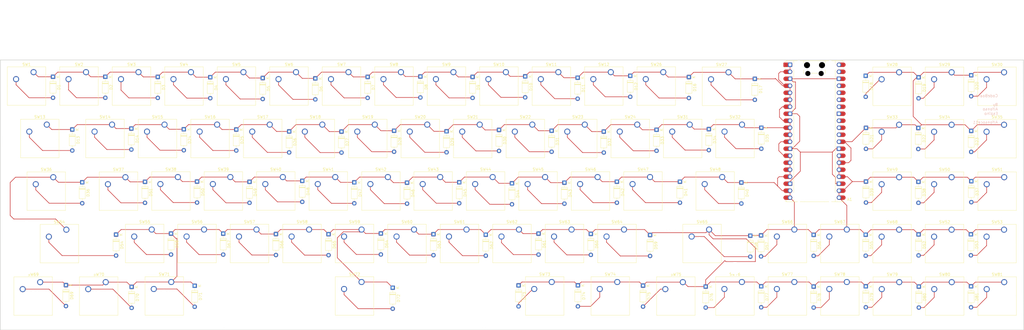
<source format=kicad_pcb>
(kicad_pcb (version 20241229) (generator "pcbnew") (generator_version "9.0")
  (layers (0 "F.Cu" signal) (2 "B.Cu" signal) (13 "F.Paste" user) (15 "B.Paste" user) (5 "F.SilkS" user "F.Silkscreen") (7 "B.SilkS" user "B.Silkscreen") (1 "F.Mask" user) (3 "B.Mask" user) (25 "Edge.Cuts" user))
  (net 0 "")
  (net 1 "Col 0")
  (net 2 "GND")
  (net 10 "+5V")
  (net 13 "Net-(D1-A)")
  (net 14 "Net-(D2-A)")
  (net 15 "Net-(D3-A)")
  (net 16 "Net-(D4-A)")
  (net 17 "Net-(D5-A)")
  (net 18 "Net-(D6-A)")
  (net 19 "Net-(D7-A)")
  (net 20 "Net-(D8-A)")
  (net 21 "Net-(D9-A)")
  (net 22 "Net-(D10-A)")
  (net 23 "Net-(D11-A)")
  (net 24 "Net-(D12-A)")
  (net 25 "Net-(D13-A)")
  (net 26 "Net-(D14-A)")
  (net 27 "Net-(D16-A)")
  (net 28 "Net-(D17-A)")
  (net 29 "Net-(D18-A)")
  (net 30 "Net-(D19-A)")
  (net 31 "Net-(D20-A)")
  (net 32 "Net-(D21-A)")
  (net 33 "Net-(D22-A)")
  (net 34 "Net-(D23-A)")
  (net 35 "Net-(D24-A)")
  (net 36 "Net-(D25-A)")
  (net 37 "Net-(D26-A)")
  (net 38 "Net-(D27-A)")
  (net 39 "Net-(D28-A)")
  (net 40 "Net-(D29-A)")
  (net 41 "Net-(D30-A)")
  (net 42 "Net-(D31-A)")
  (net 43 "Net-(D32-A)")
  (net 44 "Net-(D33-A)")
  (net 45 "Net-(D34-A)")
  (net 46 "Net-(D35-A)")
  (net 47 "Net-(D36-A)")
  (net 48 "Net-(D37-A)")
  (net 49 "Net-(D38-A)")
  (net 50 "Net-(D39-A)")
  (net 51 "Net-(D40-A)")
  (net 52 "Net-(D41-A)")
  (net 53 "Net-(D42-A)")
  (net 54 "Net-(D43-A)")
  (net 55 "Net-(D44-A)")
  (net 56 "Net-(D45-A)")
  (net 57 "Net-(D46-A)")
  (net 58 "Net-(D47-A)")
  (net 59 "Net-(D48-A)")
  (net 60 "Net-(D49-A)")
  (net 61 "Net-(D50-A)")
  (net 62 "Net-(D51-A)")
  (net 63 "Net-(D52-A)")
  (net 64 "Net-(D53-A)")
  (net 65 "Net-(D54-A)")
  (net 66 "Net-(D55-A)")
  (net 67 "Net-(D56-A)")
  (net 68 "Net-(D57-A)")
  (net 69 "Net-(D58-A)")
  (net 70 "Net-(D59-A)")
  (net 71 "Net-(D60-A)")
  (net 72 "Net-(D61-A)")
  (net 73 "Net-(D62-A)")
  (net 74 "Net-(D63-A)")
  (net 75 "Net-(D64-A)")
  (net 76 "Net-(D65-A)")
  (net 77 "Net-(D66-A)")
  (net 78 "Net-(D67-A)")
  (net 79 "Net-(D68-A)")
  (net 80 "Net-(D69-A)")
  (net 81 "Net-(D70-A)")
  (net 82 "Net-(D71-A)")
  (net 83 "Net-(D72-A)")
  (net 84 "Net-(D73-A)")
  (net 85 "Net-(D74-A)")
  (net 86 "Net-(D75-A)")
  (net 87 "Net-(D76-A)")
  (net 88 "Net-(D77-A)")
  (net 89 "Net-(D78-A)")
  (net 90 "Net-(D79-A)")
  (net 91 "Net-(D80-A)")
  (net 92 "Net-(D81-A)")
  (footprint "Diode_THT:D_DO-35_SOD27_P7.62mm_Horizontal" (layer "F.Cu") (at 176.35 -52.6 -90)
    (property "Reference" "D59")
    (property "Value" "1N4148")
  )
  (footprint "Diode_THT:D_DO-35_SOD27_P7.62mm_Horizontal" (layer "F.Cu") (at 73.8 -110 -90)
    (property "Reference" "D7")
    (property "Value" "1N4148")
  )
  (footprint "Button_Switch_Keyboard:SW_Cherry_MX_1.00u_PCB" (layer "F.Cu") (at -28.46 -111.73)
    (property "Reference" "SW2")
    (property "Value" "SW_Push")
  )
  (footprint "Button_Switch_Keyboard:SW_Cherry_MX_1.00u_PCB" (layer "F.Cu") (at 14.4 -54.59)
    (property "Reference" "SW56")
    (property "Value" "SW_Push")
  )
  (footprint "Button_Switch_Keyboard:SW_Cherry_MX_1.00u_PCB" (layer "F.Cu") (at 9.64 -111.73)
    (property "Reference" "SW4")
    (property "Value" "SW_Push")
  )
  (footprint "Diode_THT:D_DO-35_SOD27_P7.62mm_Horizontal" (layer "F.Cu") (at -21.45 -110.05 -90)
    (property "Reference" "D2")
    (property "Value" "1N4148")
  )
  (footprint "Button_Switch_Keyboard:SW_Cherry_MX_1.00u_PCB" (layer "F.Cu") (at 119.19 -73.63)
    (property "Reference" "SW44")
    (property "Value" "SW_Push")
  )
  (footprint "Button_Switch_Keyboard:SW_Cherry_MX_1.00u_PCB" (layer "F.Cu") (at 266.79 -111.68)
    (property "Reference" "SW28")
    (property "Value" "SW_Push")
  )
  (footprint "Diode_THT:D_DO-35_SOD27_P7.62mm_Horizontal" (layer "F.Cu") (at 116.7 -52.7 -90)
    (property "Reference" "D62")
    (property "Value" "1N4148")
  )
  (footprint "Button_Switch_Keyboard:SW_Cherry_MX_1.00u_PCB" (layer "F.Cu") (at 152.64 -92.68)
    (property "Reference" "SW23")
    (property "Value" "SW_Push")
  )
  (footprint "Button_Switch_Keyboard:SW_Cherry_MX_1.00u_PCB" (layer "F.Cu") (at 228.74 -35.53)
    (property "Reference" "SW77")
    (property "Value" "SW_Push")
  )
  (footprint "Diode_THT:D_DO-35_SOD27_P7.62mm_Horizontal" (layer "F.Cu") (at 92.95 -110.15 -90)
    (property "Reference" "D8")
    (property "Value" "1N4148")
  )
  (footprint "Diode_THT:D_DO-35_SOD27_P7.62mm_Horizontal" (layer "F.Cu") (at -40.45 -110.05 -90)
    (property "Reference" "D1")
    (property "Value" "1N4148")
  )
  (footprint "Diode_THT:D_DO-35_SOD27_P7.62mm_Horizontal" (layer "F.Cu") (at 159.55 -90.15 -90)
    (property "Reference" "D32")
    (property "Value" "1N4148")
  )
  (footprint "Button_Switch_Keyboard:SW_Cherry_MX_1.00u_PCB" (layer "F.Cu") (at 304.89 -92.63)
    (property "Reference" "SW35")
    (property "Value" "SW_Push")
  )
  (footprint "Diode_THT:D_DO-35_SOD27_P7.62mm_Horizontal" (layer "F.Cu") (at 235.75 -33.87 -90)
    (property "Reference" "D78")
    (property "Value" "1N4148")
  )
  (footprint "Button_Switch_Keyboard:SW_Cherry_MX_1.00u_PCB" (layer "F.Cu") (at 138.24 -73.63)
    (property "Reference" "SW45")
    (property "Value" "SW_Push")
  )
  (footprint "Diode_THT:D_DO-35_SOD27_P7.62mm_Horizontal" (layer "F.Cu") (at 273.75 -91.45 -90)
    (property "Reference" "D22")
    (property "Value" "1N4148")
  )
  (footprint "Diode_THT:D_DO-35_SOD27_P7.62mm_Horizontal" (layer "F.Cu") (at 273.85 -109.85 -90)
    (property "Reference" "D19")
    (property "Value" "1N4148")
  )
  (footprint "Button_Switch_Keyboard:SW_Cherry_MX_1.00u_PCB" (layer "F.Cu") (at 114.49 -92.68)
    (property "Reference" "SW21")
    (property "Value" "SW_Push")
  )
  (footprint "Diode_THT:D_DO-35_SOD27_P7.62mm_Horizontal" (layer "F.Cu") (at -33.45 -90.9 -90)
    (property "Reference" "D13")
    (property "Value" "1N4148")
  )
  (footprint "Button_Switch_Keyboard:SW_Cherry_MX_1.00u_PCB" (layer "F.Cu") (at 181.14 -111.73)
    (property "Reference" "SW26")
    (property "Value" "SW_Push")
  )
  (footprint "Button_Switch_Keyboard:SW_Cherry_MX_1.00u_PCB" (layer "F.Cu") (at 76.39 -92.68)
    (property "Reference" "SW19")
    (property "Value" "SW_Push")
  )
  (footprint "Button_Switch_Keyboard:SW_Cherry_MX_1.00u_PCB" (layer "F.Cu") (at 19.14 -92.68)
    (property "Reference" "SW16")
    (property "Value" "SW_Push")
  )
  (footprint "Button_Switch_Keyboard:SW_Cherry_MX_1.00u_PCB" (layer "F.Cu") (at 52.54 -54.58)
    (property "Reference" "SW58")
    (property "Value" "SW_Push")
  )
  (footprint "Diode_THT:D_DO-35_SOD27_P7.62mm_Horizontal" (layer "F.Cu") (at 21.35 -53.1 -90)
    (property "Reference" "D67")
    (property "Value" "1N4148")
  )
  (footprint "Diode_THT:D_DO-35_SOD27_P7.62mm_Horizontal" (layer "F.Cu") (at 97.7 -52.9 -90)
    (property "Reference" "D63")
    (property "Value" "1N4148")
  )
  (footprint "Button_Switch_Keyboard:SW_Cherry_MX_1.00u_PCB" (layer "F.Cu") (at 133.59 -92.68)
    (property "Reference" "SW22")
    (property "Value" "SW_Push")
  )
  (footprint "Button_Switch_Keyboard:SW_Cherry_MX_1.00u_PCB" (layer "F.Cu") (at 123.99 -111.73)
    (property "Reference" "SW10")
    (property "Value" "SW_Push")
  )
  (footprint "Button_Switch_Keyboard:SW_Cherry_MX_1.00u_PCB" (layer "F.Cu") (at -9.41 -111.73)
    (property "Reference" "SW3")
    (property "Value" "SW_Push")
  )
  (footprint "Diode_THT:D_DO-35_SOD27_P7.62mm_Horizontal" (layer "F.Cu") (at 254.75 -91.5 -90)
    (property "Reference" "D21")
    (property "Value" "1N4148")
  )
  (footprint "Diode_THT:D_DO-35_SOD27_P7.62mm_Horizontal" (layer "F.Cu") (at 254.75 -72 -90)
    (property "Reference" "D39")
    (property "Value" "1N4148")
  )
  (footprint "Diode_THT:D_DO-35_SOD27_P7.62mm_Horizontal" (layer "F.Cu") (at 102.45 -90.25 -90)
    (property "Reference" "D29")
    (property "Value" "1N4148")
  )
  (footprint "Button_Switch_Keyboard:SW_Cherry_MX_1.00u_PCB" (layer "F.Cu") (at 62.04 -73.63)
    (property "Reference" "SW41")
    (property "Value" "SW_Push")
  )
  (footprint "Button_Switch_Keyboard:SW_Cherry_MX_1.00u_PCB" (layer "F.Cu") (at 266.79 -73.58)
    (property "Reference" "SW49")
    (property "Value" "SW_Push")
  )
  (footprint "Diode_THT:D_DO-35_SOD27_P7.62mm_Horizontal" (layer "F.Cu") (at 126.2 -71.37 -90)
    (property "Reference" "D44")
    (property "Value" "1N4148")
  )
  (footprint "Diode_THT:D_DO-35_SOD27_P7.62mm_Horizontal" (layer "F.Cu") (at -35.75 -34.41 -90)
    (property "Reference" "D69")
    (property "Value" "1N4148")
  )
  (footprint "Button_Switch_Keyboard:SW_Cherry_MX_1.00u_PCB" (layer "F.Cu") (at 38.24 -92.68)
    (property "Reference" "SW17")
    (property "Value" "SW_Push")
  )
  (footprint "Diode_THT:D_DO-35_SOD27_P7.62mm_Horizontal" (layer "F.Cu") (at 254.65 -52.7 -90)
    (property "Reference" "D55")
    (property "Value" "1N4148")
  )
  (footprint "Diode_THT:D_DO-35_SOD27_P7.62mm_Horizontal" (layer "F.Cu") (at 88.1 -71.6 -90)
    (property "Reference" "D46")
    (property "Value" "1N4148")
  )
  (footprint "Button_Switch_Keyboard:SW_Cherry_MX_1.00u_PCB" (layer "F.Cu") (at 188.24 -35.48)
    (property "Reference" "SW75")
    (property "Value" "SW_Push")
  )
  (footprint "Diode_THT:D_DO-35_SOD27_P7.62mm_Horizontal" (layer "F.Cu") (at 64.3 -90.15 -90)
    (property "Reference" "D27")
    (property "Value" "1N4148")
  )
  (footprint "Diode_THT:D_DO-35_SOD27_P7.62mm_Horizontal" (layer "F.Cu") (at 145.25 -71.6 -90)
    (property "Reference" "D43")
    (property "Value" "1N4148")
  )
  (footprint "Button_Switch_Keyboard:SW_Cherry_MX_1.00u_PCB" (layer "F.Cu") (at 285.84 -73.58)
    (property "Reference" "SW50")
    (property "Value" "SW_Push")
  )
  (footprint "Button_Switch_Keyboard:SW_Cherry_MX_1.00u_PCB" (layer "F.Cu") (at 197.79 -54.58)
    (property "Reference" "SW65")
    (property "Value" "SW_Push")
  )
  (footprint "Diode_THT:D_DO-35_SOD27_P7.62mm_Horizontal" (layer "F.Cu") (at 154.85 -53 -90)
    (property "Reference" "D60")
    (property "Value" "1N4148")
  )
  (footprint "Button_Switch_Keyboard:SW_Cherry_MX_1.00u_PCB" (layer "F.Cu") (at -45.11 -35.48)
    (property "Reference" "SW69")
    (property "Value" "SW_Push")
  )
  (footprint "Diode_THT:D_DO-35_SOD27_P7.62mm_Horizontal" (layer "F.Cu") (at 11 -34.15 -90)
    (property "Reference" "D71")
    (property "Value" "1N4148")
  )
  (footprint "Diode_THT:D_DO-35_SOD27_P7.62mm_Horizontal" (layer "F.Cu") (at -12 -91.25 -90)
    (property "Reference" "D14")
    (property "Value" "1N4148")
  )
  (footprint "Button_Switch_Keyboard:SW_Cherry_MX_1.00u_PCB" (layer "F.Cu") (at 85.89 -111.73)
    (property "Reference" "SW8")
    (property "Value" "SW_Push")
  )
  (footprint "Button_Switch_Keyboard:SW_Cherry_MX_1.00u_PCB" (layer "F.Cu") (at 71.59 -54.58)
    (property "Reference" "SW59")
    (property "Value" "SW_Push")
  )
  (footprint "Diode_THT:D_DO-35_SOD27_P7.62mm_Horizontal" (layer "F.Cu") (at 254.7 -33.97 -90)
    (property "Reference" "D79")
    (property "Value" "1N4148")
  )
  (footprint "Button_Switch_Keyboard:SW_Cherry_MX_1.00u_PCB" (layer "F.Cu") (at 247.79 -54.58)
    (property "Reference" "SW67")
    (property "Value" "SW_Push")
  )
  (footprint "Button_Switch_Keyboard:SW_Cherry_MX_1.00u_PCB" (layer "F.Cu") (at 23.94 -73.63)
    (property "Reference" "SW39")
    (property "Value" "SW_Push")
  )
  (footprint "Diode_THT:D_DO-35_SOD27_P7.62mm_Horizontal" (layer "F.Cu") (at 235.75 -52.65 -90)
    (property "Reference" "D56")
    (property "Value" "1N4148")
  )
  (footprint "Module:RaspberryPi_Pico_Common_Unspecified" (layer "F.Cu") (at 236.06 -90.28)
    (property "Reference" "A1")
    (property "Value" "RaspberryPi_Pico")
  )
  (footprint "Diode_THT:D_DO-35_SOD27_P7.62mm_Horizontal" (layer "F.Cu") (at 30.9 -71.9 -90)
    (property "Reference" "D49")
    (property "Value" "1N4148")
  )
  (footprint "Diode_THT:D_DO-35_SOD27_P7.62mm_Horizontal" (layer "F.Cu") (at 216.7 -33.97 -90)
    (property "Reference" "D77")
    (property "Value" "1N4148")
  )
  (footprint "Button_Switch_Keyboard:SW_Cherry_MX_1.00u_PCB" (layer "F.Cu") (at 157.3 -73.63)
    (property "Reference" "SW46")
    (property "Value" "SW_Push")
  )
  (footprint "Diode_THT:D_DO-35_SOD27_P7.62mm_Horizontal" (layer "F.Cu") (at 169.15 -110.4 -90)
    (property "Reference" "D12")
    (property "Value" "1N4148")
  )
  (footprint "Button_Switch_Keyboard:SW_Cherry_MX_1.00u_PCB" (layer "F.Cu") (at 285.84 -54.53)
    (property "Reference" "SW52")
    (property "Value" "SW_Push")
  )
  (footprint "Diode_THT:D_DO-35_SOD27_P7.62mm_Horizontal" (layer "F.Cu") (at -11.9 -33.75 -90)
    (property "Reference" "D70")
    (property "Value" "1N4148")
  )
  (footprint "Diode_THT:D_DO-35_SOD27_P7.62mm_Horizontal" (layer "F.Cu") (at 214.4 -109.3 -90)
    (property "Reference" "D17")
    (property "Value" "1N4148")
  )
  (footprint "Diode_THT:D_DO-35_SOD27_P7.62mm_Horizontal" (layer "F.Cu") (at 45.3 -90.2 -90)
    (property "Reference" "D26")
    (property "Value" "1N4148")
  )
  (footprint "Button_Switch_Keyboard:SW_Cherry_MX_1.00u_PCB" (layer "F.Cu") (at -14.16 -73.58)
    (property "Reference" "SW37")
    (property "Value" "SW_Push")
  )
  (footprint "Diode_THT:D_DO-35_SOD27_P7.62mm_Horizontal" (layer "F.Cu") (at 273.8 -71.9 -90)
    (property "Reference" "D38")
    (property "Value" "1N4148")
  )
  (footprint "Button_Switch_Keyboard:SW_Cherry_MX_1.00u_PCB" (layer "F.Cu") (at 100.14 -73.63)
    (property "Reference" "SW43")
    (property "Value" "SW_Push")
  )
  (footprint "Button_Switch_Keyboard:SW_Cherry_MX_1.00u_PCB" (layer "F.Cu") (at 304.89 -111.68)
    (property "Reference" "SW30")
    (property "Value" "SW_Push")
  )
  (footprint "Button_Switch_Keyboard:SW_Cherry_MX_1.00u_PCB" (layer "F.Cu") (at -35.61 -54.53)
    (property "Reference" "SW54")
    (property "Value" "SW_Push")
  )
  (footprint "Diode_THT:D_DO-35_SOD27_P7.62mm_Horizontal" (layer "F.Cu") (at 107.05 -71.75 -90)
    (property "Reference" "D45")
    (property "Value" "1N4148")
  )
  (footprint "Button_Switch_Keyboard:SW_Cherry_MX_1.00u_PCB" (layer "F.Cu") (at 140.64 -35.53)
    (property "Reference" "SW73")
    (property "Value" "SW_Push")
  )
  (footprint "Diode_THT:D_DO-35_SOD27_P7.62mm_Horizontal" (layer "F.Cu") (at 187.2 -71.95 -90)
    (property "Reference" "D41")
    (property "Value" "1N4148")
  )
  (footprint "Diode_THT:D_DO-35_SOD27_P7.62mm_Horizontal" (layer "F.Cu") (at -29.85 -71.75 -90)
    (property "Reference" "D36")
    (property "Value" "1N4148")
  )
  (footprint "Button_Switch_Keyboard:SW_Cherry_MX_1.00u_PCB" (layer "F.Cu") (at 128.74 -54.58)
    (property "Reference" "SW62")
    (property "Value" "SW_Push")
  )
  (footprint "Diode_THT:D_DO-35_SOD27_P7.62mm_Horizontal" (layer "F.Cu") (at 16.65 -109.91 -90)
    (property "Reference" "D4")
    (property "Value" "1N4148")
  )
  (footprint "Button_Switch_Keyboard:SW_Cherry_MX_1.00u_PCB" (layer "F.Cu") (at 247.79 -35.53)
    (property "Reference" "SW78")
    (property "Value" "SW_Push")
  )
  (footprint "Diode_THT:D_DO-35_SOD27_P7.62mm_Horizontal" (layer "F.Cu") (at 178.7 -90.8 -90)
    (property "Reference" "D33")
    (property "Value" "1N4148")
  )
  (footprint "Button_Switch_Keyboard:SW_Cherry_MX_1.00u_PCB" (layer "F.Cu") (at 71.59 -35.53)
    (property "Reference" "SW72")
    (property "Value" "SW_Push")
  )
  (footprint "Diode_THT:D_DO-35_SOD27_P7.62mm_Horizontal" (layer "F.Cu") (at 292.85 -52.85 -90)
    (property "Reference" "D53")
    (property "Value" "1N4148")
  )
  (footprint "Button_Switch_Keyboard:SW_Cherry_MX_1.00u_PCB" (layer "F.Cu") (at 28.69 -111.73)
    (property "Reference" "SW5")
    (property "Value" "SW_Push")
  )
  (footprint "Button_Switch_Keyboard:SW_Cherry_MX_1.00u_PCB" (layer "F.Cu") (at 176.34 -73.63)
    (property "Reference" "SW47")
    (property "Value" "SW_Push")
  )
  (footprint "Button_Switch_Keyboard:SW_Cherry_MX_1.00u_PCB" (layer "F.Cu") (at 4.89 -73.63)
    (property "Reference" "SW38")
    (property "Value" "SW_Push")
  )
  (footprint "Button_Switch_Keyboard:SW_Cherry_MX_1.00u_PCB" (layer "F.Cu") (at 204.84 -111.68)
    (property "Reference" "SW27")
    (property "Value" "SW_Push")
  )
  (footprint "Diode_THT:D_DO-35_SOD27_P7.62mm_Horizontal" (layer "F.Cu") (at 216.65 -52.45 -90)
    (property "Reference" "D57")
    (property "Value" "1N4148")
  )
  (footprint "Button_Switch_Keyboard:SW_Cherry_MX_1.00u_PCB" (layer "F.Cu") (at -19.01 -92.68)
    (property "Reference" "SW14")
    (property "Value" "SW_Push")
  )
  (footprint "Diode_THT:D_DO-35_SOD27_P7.62mm_Horizontal" (layer "F.Cu") (at 7.05 -91 -90)
    (property "Reference" "D24")
    (property "Value" "1N4148")
  )
  (footprint "Diode_THT:D_DO-35_SOD27_P7.62mm_Horizontal" (layer "F.Cu") (at 164.3 -71.95 -90)
    (property "Reference" "D42")
    (property "Value" "1N4148")
  )
  (footprint "Diode_THT:D_DO-35_SOD27_P7.62mm_Horizontal" (layer "F.Cu") (at 11.85 -72 -90)
    (property "Reference" "D50")
    (property "Value" "1N4148")
  )
  (footprint "Diode_THT:D_DO-35_SOD27_P7.62mm_Horizontal" (layer "F.Cu") (at 128.6 -34.3 -90)
    (property "Reference" "D73")
    (property "Value" "1N4148")
  )
  (footprint "Button_Switch_Keyboard:SW_Cherry_MX_1.00u_PCB" (layer "F.Cu") (at 104.94 -111.73)
    (property "Reference" "SW9")
    (property "Value" "SW_Push")
  )
  (footprint "Diode_THT:D_DO-35_SOD27_P7.62mm_Horizontal" (layer "F.Cu") (at 293 -72.15 -90)
    (property "Reference" "D37")
    (property "Value" "1N4148")
  )
  (footprint "Diode_THT:D_DO-35_SOD27_P7.62mm_Horizontal" (layer "F.Cu") (at 121.5 -90.75 -90)
    (property "Reference" "D30")
    (property "Value" "1N4148")
  )
  (footprint "Button_Switch_Keyboard:SW_Cherry_MX_1.00u_PCB" (layer "F.Cu") (at -42.71 -92.68)
    (property "Reference" "SW13")
    (property "Value" "SW_Push")
  )
  (footprint "Diode_THT:D_DO-35_SOD27_P7.62mm_Horizontal" (layer "F.Cu") (at 83.4 -90.45 -90)
    (property "Reference" "D28")
    (property "Value" "1N4148")
  )
  (footprint "Diode_THT:D_DO-35_SOD27_P7.62mm_Horizontal" (layer "F.Cu") (at 2.4 -53.12 -90)
    (property "Reference" "D68")
    (property "Value" "1N4148")
  )
  (footprint "Button_Switch_Keyboard:SW_Cherry_MX_1.00u_PCB" (layer "F.Cu") (at 143.04 -111.73)
    (property "Reference" "SW11")
    (property "Value" "SW_Push")
  )
  (footprint "Diode_THT:D_DO-35_SOD27_P7.62mm_Horizontal" (layer "F.Cu") (at 59.6 -52.9 -90)
    (property "Reference" "D65")
    (property "Value" "1N4148")
  )
  (footprint "Diode_THT:D_DO-35_SOD27_P7.62mm_Horizontal" (layer "F.Cu") (at 68.95 -71.72 -90)
    (property "Reference" "D47")
    (property "Value" "1N4148")
  )
  (footprint "Diode_THT:D_DO-35_SOD27_P7.62mm_Horizontal" (layer "F.Cu") (at 82.9 -33.45 -90)
    (property "Reference" "D72")
    (property "Value" "1N4148")
  )
  (footprint "Diode_THT:D_DO-35_SOD27_P7.62mm_Horizontal" (layer "F.Cu") (at 212.75 -52.35 -90)
    (property "Reference" "D58")
    (property "Value" "1N4148")
  )
  (footprint "Diode_THT:D_DO-35_SOD27_P7.62mm_Horizontal" (layer "F.Cu") (at 196.55 -33.87 -90)
    (property "Reference" "D76")
    (property "Value" "1N4148")
  )
  (footprint "Button_Switch_Keyboard:SW_Cherry_MX_1.00u_PCB" (layer "F.Cu") (at 66.84 -111.73)
    (property "Reference" "SW7")
    (property "Value" "SW_Push")
  )
  (footprint "Button_Switch_Keyboard:SW_Cherry_MX_1.00u_PCB" (layer "F.Cu") (at 162.09 -111.73)
    (property "Reference" "SW12")
    (property "Value" "SW_Push")
  )
  (footprint "Diode_THT:D_DO-35_SOD27_P7.62mm_Horizontal" (layer "F.Cu") (at 292.9 -33.97 -90)
    (property "Reference" "D81")
    (property "Value" "1N4148")
  )
  (footprint "Diode_THT:D_DO-35_SOD27_P7.62mm_Horizontal" (layer "F.Cu") (at 131 -110.2 -90)
    (property "Reference" "D10")
    (property "Value" "1N4148")
  )
  (footprint "Diode_THT:D_DO-35_SOD27_P7.62mm_Horizontal" (layer "F.Cu") (at -7.05 -71.9 -90)
    (property "Reference" "D51")
    (property "Value" "1N4148")
  )
  (footprint "Diode_THT:D_DO-35_SOD27_P7.62mm_Horizontal" (layer "F.Cu") (at 78.6 -53.15 -90)
    (property "Reference" "D64")
    (property "Value" "1N4148")
  )
  (footprint "Button_Switch_Keyboard:SW_Cherry_MX_1.00u_PCB" (layer "F.Cu") (at 190.74 -92.68)
    (property "Reference" "SW31")
    (property "Value" "SW_Push")
  )
  (footprint "Button_Switch_Keyboard:SW_Cherry_MX_1.00u_PCB" (layer "F.Cu") (at 285.84 -111.68)
    (property "Reference" "SW29")
    (property "Value" "SW_Push")
  )
  (footprint "Button_Switch_Keyboard:SW_Cherry_MX_1.00u_PCB" (layer "F.Cu") (at 304.89 -54.53)
    (property "Reference" "SW53")
    (property "Value" "SW_Push")
  )
  (footprint "Diode_THT:D_DO-35_SOD27_P7.62mm_Horizontal" (layer "F.Cu") (at 209.5 -71.65 -90)
    (property "Reference" "D40")
    (property "Value" "1N4148")
  )
  (footprint "Diode_THT:D_DO-35_SOD27_P7.62mm_Horizontal" (layer "F.Cu") (at 40.5 -52.95 -90)
    (property "Reference" "D66")
    (property "Value" "1N4148")
  )
  (footprint "Button_Switch_Keyboard:SW_Cherry_MX_1.00u_PCB" (layer "F.Cu") (at -21.31 -35.48)
    (property "Reference" "SW70")
    (property "Value" "SW_Push")
  )
  (footprint "Button_Switch_Keyboard:SW_Cherry_MX_1.00u_PCB" (layer "F.Cu") (at 147.84 -54.58)
    (property "Reference" "SW63")
    (property "Value" "SW_Push")
  )
  (footprint "Button_Switch_Keyboard:SW_Cherry_MX_1.00u_PCB" (layer "F.Cu") (at 228.74 -54.58)
    (property "Reference" "SW66")
    (property "Value" "SW_Push")
  )
  (footprint "Diode_THT:D_DO-35_SOD27_P7.62mm_Horizontal" (layer "F.Cu") (at 150.15 -34.32 -90)
    (property "Reference" "D74")
    (property "Value" "1N4148")
  )
  (footprint "Button_Switch_Keyboard:SW_Cherry_MX_1.00u_PCB" (layer "F.Cu") (at 33.44 -54.58)
    (property "Reference" "SW57")
    (property "Value" "SW_Push")
  )
  (footprint "Diode_THT:D_DO-35_SOD27_P7.62mm_Horizontal" (layer "F.Cu") (at 254.65 -110.4 -90)
    (property "Reference" "D18")
    (property "Value" "1N4148")
  )
  (footprint "Button_Switch_Keyboard:SW_Cherry_MX_1.00u_PCB" (layer "F.Cu") (at 47.79 -111.73)
    (property "Reference" "SW6")
    (property "Value" "SW_Push")
  )
  (footprint "Button_Switch_Keyboard:SW_Cherry_MX_1.00u_PCB" (layer "F.Cu") (at 285.84 -92.63)
    (property "Reference" "SW34")
    (property "Value" "SW_Push")
  )
  (footprint "Diode_THT:D_DO-35_SOD27_P7.62mm_Horizontal" (layer "F.Cu") (at 35.7 -109.6 -90)
    (property "Reference" "D5")
    (property "Value" "1N4148")
  )
  (footprint "Diode_THT:D_DO-35_SOD27_P7.62mm_Horizontal" (layer "F.Cu") (at 173.8 -34.22 -90)
    (property "Reference" "D75")
    (property "Value" "1N4148")
  )
  (footprint "PCM_Mounting_Keyboard_Stabilizer:Stabilizer_Cherry_MX_6.00u" (layer "F.Cu") (at 69.125 -29.425)
    (property "Reference" "REF**" (hide yes))
    (property "Value" "Stabilizer_Cherry_MX_6.00u")
  )
  (footprint "Diode_THT:D_DO-35_SOD27_P7.62mm_Horizontal" (layer "F.Cu") (at 135.85 -53.1 -90)
    (property "Reference" "D61")
    (property "Value" "1N4148")
  )
  (footprint "Diode_THT:D_DO-35_SOD27_P7.62mm_Horizontal" (layer "F.Cu") (at 292.95 -110.62 -90)
    (property "Reference" "D20")
    (property "Value" "1N4148")
  )
  (footprint "Button_Switch_Keyboard:SW_Cherry_MX_1.00u_PCB" (layer "F.Cu") (at 171.69 -92.68)
    (property "Reference" "SW24")
    (property "Value" "SW_Push")
  )
  (footprint "Button_Switch_Keyboard:SW_Cherry_MX_1.00u_PCB" (layer "F.Cu") (at 166.89 -54.58)
    (property "Reference" "SW64")
    (property "Value" "SW_Push")
  )
  (footprint "Button_Switch_Keyboard:SW_Cherry_MX_1.00u_PCB" (layer "F.Cu") (at 2.49 -35.53)
    (property "Reference" "SW71")
    (property "Value" "SW_Push")
  )
  (footprint "Diode_THT:D_DO-35_SOD27_P7.62mm_Horizontal" (layer "F.Cu") (at 111.9 -110 -90)
    (property "Reference" "D9")
    (property "Value" "1N4148")
  )
  (footprint "Diode_THT:D_DO-35_SOD27_P7.62mm_Horizontal" (layer "F.Cu") (at -2.4 -110 -90)
    (property "Reference" "D3")
    (property "Value" "1N4148")
  )
  (footprint "Diode_THT:D_DO-35_SOD27_P7.62mm_Horizontal" (layer "F.Cu") (at 216.75 -91.55 -90)
    (property "Reference" "D35")
    (property "Value" "1N4148")
  )
  (footprint "Diode_THT:D_DO-35_SOD27_P7.62mm_Horizontal" (layer "F.Cu") (at -17.55 -52.75 -90)
    (property "Reference" "D54")
    (property "Value" "1N4148")
  )
  (footprint "PCM_Mounting_Keyboard_Stabilizer:Stabilizer_Cherry_MX_2.00u" (layer "F.Cu") (at 195.238 -48.465)
    (property "Reference" "REF**" (hide yes))
    (property "Value" "Stabilizer_Cherry_MX_2.00u")
  )
  (footprint "Diode_THT:D_DO-35_SOD27_P7.62mm_Horizontal" (layer "F.Cu") (at 292.95 -90.4 -90)
    (property "Reference" "D23")
    (property "Value" "1N4148")
  )
  (footprint "Button_Switch_Keyboard:SW_Cherry_MX_1.00u_PCB" (layer "F.Cu") (at 304.94 -73.58)
    (property "Reference" "SW51")
    (property "Value" "SW_Push")
  )
  (footprint "Button_Switch_Keyboard:SW_Cherry_MX_1.00u_PCB" (layer "F.Cu") (at 57.34 -92.68)
    (property "Reference" "SW18")
    (property "Value" "SW_Push")
  )
  (footprint "Button_Switch_Keyboard:SW_Cherry_MX_1.00u_PCB" (layer "F.Cu") (at 266.79 -54.53)
    (property "Reference" "SW68")
    (property "Value" "SW_Push")
  )
  (footprint "Button_Switch_Keyboard:SW_Cherry_MX_1.00u_PCB" (layer "F.Cu") (at 90.64 -54.58)
    (property "Reference" "SW60")
    (property "Value" "SW_Push")
  )
  (footprint "Diode_THT:D_DO-35_SOD27_P7.62mm_Horizontal" (layer "F.Cu") (at 197.7 -91.05 -90)
    (property "Reference" "D34")
    (property "Value" "1N4148")
  )
  (footprint "Button_Switch_Keyboard:SW_Cherry_MX_1.00u_PCB" (layer "F.Cu") (at 202.54 -73.63)
    (property "Reference" "SW48")
    (property "Value" "SW_Push")
  )
  (footprint "Diode_THT:D_DO-35_SOD27_P7.62mm_Horizontal" (layer "F.Cu") (at 150.05 -109.7 -90)
    (property "Reference" "D11")
    (property "Value" "1N4148")
  )
  (footprint "Button_Switch_Keyboard:SW_Cherry_MX_1.00u_PCB" (layer "F.Cu") (at -40.36 -73.58)
    (property "Reference" "SW36")
    (property "Value" "SW_Push")
  )
  (footprint "Diode_THT:D_DO-35_SOD27_P7.62mm_Horizontal" (layer "F.Cu") (at 190.45 -109.96 -90)
    (property "Reference" "D16")
    (property "Value" "1N4148")
  )
  (footprint "Button_Switch_Keyboard:SW_Cherry_MX_1.00u_PCB" (layer "F.Cu") (at -4.61 -54.58)
    (property "Reference" "SW55")
    (property "Value" "SW_Push")
  )
  (footprint "Diode_THT:D_DO-35_SOD27_P7.62mm_Horizontal" (layer "F.Cu") (at 54.8 -109.46 -90)
    (property "Reference" "D6")
    (property "Value" "1N4148")
  )
  (footprint "Button_Switch_Keyboard:SW_Cherry_MX_1.00u_PCB" (layer "F.Cu") (at 0.04 -92.68)
    (property "Reference" "SW15")
    (property "Value" "SW_Push")
  )
  (footprint "Button_Switch_Keyboard:SW_Cherry_MX_1.00u_PCB" (layer "F.Cu") (at 209.74 -92.68)
    (property "Reference" "SW32")
    (property "Value" "SW_Push")
  )
  (footprint "Button_Switch_Keyboard:SW_Cherry_MX_1.00u_PCB" (layer "F.Cu") (at 42.99 -73.63)
    (property "Reference" "SW40")
    (property "Value" "SW_Push")
  )
  (footprint "Button_Switch_Keyboard:SW_Cherry_MX_1.00u_PCB" (layer "F.Cu") (at 266.84 -35.48)
    (property "Reference" "SW79")
    (property "Value" "SW_Push")
  )
  (footprint "Diode_THT:D_DO-35_SOD27_P7.62mm_Horizontal" (layer "F.Cu") (at 140.6 -90.45 -90)
    (property "Reference" "D31")
    (property "Value" "1N4148")
  )
  (footprint "Diode_THT:D_DO-35_SOD27_P7.62mm_Horizontal" (layer "F.Cu") (at 273.95 -33.87 -90)
    (property "Reference" "D80")
    (property "Value" "1N4148")
  )
  (footprint "Button_Switch_Keyboard:SW_Cherry_MX_1.00u_PCB" (layer "F.Cu") (at 109.69 -54.58)
    (property "Reference" "SW61")
    (property "Value" "SW_Push")
  )
  (footprint "Button_Switch_Keyboard:SW_Cherry_MX_1.00u_PCB" (layer "F.Cu") (at 95.44 -92.68)
    (property "Reference" "SW20")
    (property "Value" "SW_Push")
  )
  (footprint "Button_Switch_Keyboard:SW_Cherry_MX_1.00u_PCB" (layer "F.Cu") (at 304.94 -35.48)
    (property "Reference" "SW81")
    (property "Value" "SW_Push")
  )
  (footprint "Button_Switch_Keyboard:SW_Cherry_MX_1.00u_PCB" (layer "F.Cu") (at 164.44 -35.53)
    (property "Reference" "SW74")
    (property "Value" "SW_Push")
  )
  (footprint "Button_Switch_Keyboard:SW_Cherry_MX_1.00u_PCB" (layer "F.Cu") (at 285.89 -35.48)
    (property "Reference" "SW80")
    (property "Value" "SW_Push")
  )
  (footprint "Diode_THT:D_DO-35_SOD27_P7.62mm_Horizontal" (layer "F.Cu") (at 273.85 -52.8 -90)
    (property "Reference" "D52")
    (property "Value" "1N4148")
  )
  (footprint "Diode_THT:D_DO-35_SOD27_P7.62mm_Horizontal" (layer "F.Cu") (at 50.05 -72.25 -90)
    (property "Reference" "D48")
    (property "Value" "1N4148")
  )
  (footprint "Diode_THT:D_DO-35_SOD27_P7.62mm_Horizontal" (layer "F.Cu") (at 26.1 -90.9 -90)
    (property "Reference" "D25")
    (property "Value" "1N4148")
  )
  (footprint "PCM_Mounting_Keyboard_Stabilizer:Stabilizer_Cherry_MX_2.00u" (layer "F.Cu") (at -38.15 -48.5)
    (property "Reference" "REF**" (hide yes))
    (property "Value" "Stabilizer_Cherry_MX_2.00u")
  )
  (footprint "Button_Switch_Keyboard:SW_Cherry_MX_1.00u_PCB" (layer "F.Cu") (at 266.79 -92.63)
    (property "Reference" "SW33")
    (property "Value" "SW_Push")
  )
  (footprint "Button_Switch_Keyboard:SW_Cherry_MX_1.00u_PCB" (layer "F.Cu") (at 81.14 -73.63)
    (property "Reference" "SW42")
    (property "Value" "SW_Push")
  )
  (footprint "Button_Switch_Keyboard:SW_Cherry_MX_1.00u_PCB" (layer "F.Cu") (at -47.51 -111.73)
    (property "Reference" "SW1")
    (property "Value" "SW_Push")
  )
  (footprint "Button_Switch_Keyboard:SW_Cherry_MX_1.00u_PCB" (layer "F.Cu") (at 209.69 -35.53)
    (property "Reference" "SW76")
    (property "Value" "SW_Push")
  )
  (gr_line (start -59.6 -18.1) (end 312.05 -18.1) (stroke (width 0.2)) (layer "Edge.Cuts"))
  (gr_line (start 312.05 -18.1) (end 311.925 -116.15) (stroke (width 0.2)) (layer "Edge.Cuts"))
  (gr_line (start -59.6 -18.1) (end -59.55 -116.15) (stroke (width 0.2)) (layer "Edge.Cuts"))
  (gr_line (start -59.55 -116.15) (end 311.925 -116.15) (stroke (width 0.2)) (layer "Edge.Cuts"))
  (gr_text "CodeBoard\n\nBy\nAlfonso\nEspino\n\nAlfonsoce11" (at 302.7 -92.9 0) (layer "B.SilkS") (effects (font (size 1 1) (thickness 0.1)) (justify left bottom mirror)))
  (segment (start 222.65 -73.2) (end 223.22 -73.77) (width 0.2) (layer "F.Cu") (net 1))
  (segment (start 135.85 -53.1) (end 130.22 -53.1) (width 0.2) (layer "F.Cu") (net 1))
  (segment (start 255.93 -111.68) (end 266.79 -111.68) (width 0.2) (layer "F.Cu") (net 1))
  (segment (start 128.46 -73.63) (end 126.2 -71.37) (width 0.2) (layer "F.Cu") (net 1))
  (segment (start 4.89 -73.63) (end -5.32 -73.63) (width 0.2) (layer "F.Cu") (net 1))
  (segment (start 235.75 -33.87) (end 237.41 -35.53) (width 0.2) (layer "F.Cu") (net 1))
  (segment (start 150.05 -109.7) (end 145.07 -109.7) (width 0.2) (layer "F.Cu") (net 1))
  (segment (start 227.17 -73.77) (end 227.17 -76.31) (width 0.2) (layer "F.Cu") (net 1))
  (segment (start 14.4 -54.59) (end 19.86 -54.59) (width 0.2) (layer "F.Cu") (net 1))
  (segment (start 37.83 -111.73) (end 35.7 -109.6) (width 0.2) (layer "F.Cu") (net 1))
  (segment (start 170.48 -111.73) (end 169.15 -110.4) (width 0.2) (layer "F.Cu") (net 1))
  (segment (start 290.72 -92.63) (end 292.95 -90.4) (width 0.2) (layer "F.Cu") (net 1))
  (segment (start 227.17 -94.09) (end 224.66 -94.09) (width 0.2) (layer "F.Cu") (net 1))
  (segment (start 119.19 -73.63) (end 108.93 -73.63) (width 0.2) (layer "F.Cu") (net 1))
  (segment (start 214.8 -47.7) (end 211.3 -51.2) (width 0.2) (layer "F.Cu") (net 1))
  (segment (start 273.2 -109.85) (end 273.85 -109.85) (width 0.2) (layer "F.Cu") (net 1))
  (segment (start 246.98 -86.47) (end 249.3 -84.15) (width 0.2) (layer "F.Cu") (net 1))
  (segment (start 21.35 -53.1) (end 22.83 -54.58) (width 0.2) (layer "F.Cu") (net 1))
  (segment (start 271.9 -95.66) (end 271.9 -108.55) (width 0.2) (layer "F.Cu") (net 1))
  (segment (start -35.61 -54.53) (end -39.48 -58.4) (width 0.2) (layer "F.Cu") (net 1))
  (segment (start 66.84 -111.73) (end 57.07 -111.73) (width 0.2) (layer "F.Cu") (net 1))
  (segment (start 78.6 -53.15) (end 73.02 -53.15) (width 0.2) (layer "F.Cu") (net 1))
  (segment (start -40.45 -110.05) (end -45.83 -110.05) (width 0.2) (layer "F.Cu") (net 1))
  (segment (start -54.7 -58.4) (end -56 -59.7) (width 0.2) (layer "F.Cu") (net 1))
  (segment (start 97.87 -90.25) (end 95.44 -92.68) (width 0.2) (layer "F.Cu") (net 1))
  (segment (start 80.03 -54.58) (end 90.64 -54.58) (width 0.2) (layer "F.Cu") (net 1))
  (segment (start 145.25 -71.6) (end 140.27 -71.6) (width 0.2) (layer "F.Cu") (net 1))
  (segment (start 88.1 -71.6) (end 83.17 -71.6) (width 0.2) (layer "F.Cu") (net 1))
  (segment (start 4.55 -37.59) (end 4.55 -51.35) (width 0.2) (layer "F.Cu") (net 1))
  (segment (start 133.59 -92.68) (end 123.43 -92.68) (width 0.2) (layer "F.Cu") (net 1))
  (segment (start 13.48 -73.63) (end 11.85 -72) (width 0.2) (layer "F.Cu") (net 1))
  (segment (start 163.42 -110.4) (end 162.09 -111.73) (width 0.2) (layer "F.Cu") (net 1))
  (segment (start -2.4 -110) (end -7.68 -110) (width 0.2) (layer "F.Cu") (net 1))
  (segment (start 70.95 -53.6) (end 71.59 -54.24) (width 0.2) (layer "F.Cu") (net 1))
  (segment (start -17.58 -91.25) (end -19.01 -92.68) (width 0.2) (layer "F.Cu") (net 1))
  (segment (start 221.85 -109.45) (end 221.7 -109.3) (width 0.2) (layer "F.Cu") (net 1))
  (segment (start 22.83 -54.58) (end 33.44 -54.58) (width 0.2) (layer "F.Cu") (net 1))
  (segment (start 187.2 -71.95) (end 178.02 -71.95) (width 0.2) (layer "F.Cu") (net 1))
  (segment (start 254.75 -72) (end 256.33 -73.58) (width 0.2) (layer "F.Cu") (net 1))
  (segment (start 129.83 -35.53) (end 140.64 -35.53) (width 0.2) (layer "F.Cu") (net 1))
  (segment (start 61.28 -54.58) (end 71.59 -54.58) (width 0.2) (layer "F.Cu") (net 1))
  (segment (start 254.7 -91.5) (end 249.65 -86.45) (width 0.2) (layer "F.Cu") (net 1))
  (segment (start 178.02 -71.95) (end 176.34 -73.63) (width 0.2) (layer "F.Cu") (net 1))
  (segment (start 6.52 -72) (end 4.89 -73.63) (width 0.2) (layer "F.Cu") (net 1))
  (segment (start 214.4 -109.3) (end 207.22 -109.3) (width 0.2) (layer "F.Cu") (net 1))
  (segment (start 172.49 -35.53) (end 173.8 -34.22) (width 0.2) (layer "F.Cu") (net 1))
  (segment (start -22.38 -34.41) (end -21.31 -35.48) (width 0.2) (layer "F.Cu") (net 1))
  (segment (start 116.42 -90.75) (end 114.49 -92.68) (width 0.2) (layer "F.Cu") (net 1))
  (segment (start 222.65 -70.4) (end 222.65 -73.2) (width 0.2) (layer "F.Cu") (net 1))
  (segment (start 59.6 -52.9) (end 61.28 -54.58) (width 0.2) (layer "F.Cu") (net 1))
  (segment (start 244.95 -73.77) (end 244.95 -76.31) (width 0.2) (layer "F.Cu") (net 1))
  (segment (start 214.6 -47.5) (end 214.8 -47.7) (width 0.2) (layer "F.Cu") (net 1))
  (segment (start 9.62 -35.53) (end 11 -34.15) (width 0.2) (layer "F.Cu") (net 1))
  (segment (start 203.85 -42.95) (end 214.6 -42.95) (width 0.2) (layer "F.Cu") (net 1))
  (segment (start 227.17 -104.25) (end 227.17 -106.79) (width 0.2) (layer "F.Cu") (net 1))
  (segment (start 190.45 -109.96) (end 182.91 -109.96) (width 0.2) (layer "F.Cu") (net 1))
  (segment (start 227.17 -106.79) (end 224.51 -106.79) (width 0.2) (layer "F.Cu") (net 1))
  (segment (start 137.33 -54.58) (end 147.84 -54.58) (width 0.2) (layer "F.Cu") (net 1))
  (segment (start 266.79 -111.68) (end 272.02 -111.68) (width 0.2) (layer "F.Cu") (net 1))
  (segment (start 128.6 -34.3) (end 129.83 -35.53) (width 0.2) (layer "F.Cu") (net 1))
  (segment (start 265.66 -91.5) (end 266.79 -92.63) (width 0.2) (layer "F.Cu") (net 1))
  (segment (start 162.09 -111.73) (end 152.08 -111.73) (width 0.2) (layer "F.Cu") (net 1))
  (segment (start 275.48 -73.58) (end 285.84 -73.58) (width 0.2) (layer "F.Cu") (net 1))
  (segment (start 2.49 -35.53) (end 9.62 -35.53) (width 0.2) (layer "F.Cu") (net 1))
  (segment (start 237.41 -35.53) (end 247.79 -35.53) (width 0.2) (layer "F.Cu") (net 1))
  (segment (start 247.79 -54.58) (end 247.79 -63.31) (width 0.2) (layer "F.Cu") (net 1))
  (segment (start 196.55 -33.87) (end 198.21 -35.53) (width 0.2) (layer "F.Cu") (net 1))
  (segment (start 275.56 -35.48) (end 285.89 -35.48) (width 0.2) (layer "F.Cu") (net 1))
  (segment (start 272.34 -35.48) (end 273.95 -33.87) (width 0.2) (layer "F.Cu") (net 1))
  (segment (start 271.9 -108.55) (end 273.2 -109.85) (width 0.2) (layer "F.Cu") (net 1))
  (segment (start 107.05 -71.75) (end 102.02 -71.75) (width 0.2) (layer "F.Cu") (net 1))
  (segment (start 285.84 -92.63) (end 290.72 -92.63) (width 0.2) (layer "F.Cu") (net 1))
  (segment (start 174.37 -54.58) (end 176.35 -52.6) (width 0.2) (layer "F.Cu") (net 1))
  (segment (start 165.98 -73.63) (end 164.3 -71.95) (width 0.2) (layer "F.Cu") (net 1))
  (segment (start 147.28 -73.63) (end 145.25 -71.6) (width 0.2) (layer "F.Cu") (net 1))
  (segment (start 224.36 -68.69) (end 222.65 -70.4) (width 0.2) (layer "F.Cu") (net 1))
  (segment (start 272.12 -73.58) (end 273.8 -71.9) (width 0.2) (layer "F.Cu") (net 1))
  (segment (start -33.45 -90.9) (end -40.93 -90.9) (width 0.2) (layer "F.Cu") (net 1))
  (segment (start 244.95 -86.47) (end 246.98 -86.47) (width 0.2) (layer "F.Cu") (net 1))
  (segment (start 285.84 -73.58) (end 291.57 -73.58) (width 0.2) (layer "F.Cu") (net 1))
  (segment (start 291.57 -73.58) (end 293 -72.15) (width 0.2) (layer "F.Cu") (net 1))
  (segment (start -40.93 -90.9) (end -42.71 -92.68) (width 0.2) (layer "F.Cu") (net 1))
  (segment (start -56 -71.65) (end -54.07 -73.58) (width 0.2) (layer "F.Cu") (net 1))
  (segment (start 118.58 -54.58) (end 128.74 -54.58) (width 0.2) (layer "F.Cu") (net 1))
  (segment (start 143.04 -111.73) (end 132.53 -111.73) (width 0.2) (layer "F.Cu") (net 1))
  (segment (start 75.53 -111.73) (end 73.8 -110) (width 0.2) (layer "F.Cu") (net 1))
  (segment (start 66.83 -92.68) (end 64.3 -90.15) (width 0.2) (layer "F.Cu") (net 1))
  (segment (start 26.1 -90.9) (end 20.92 -90.9) (width 0.2) (layer "F.Cu") (net 1))
  (segment (start 169.15 -110.4) (end 163.42 -110.4) (width 0.2) (layer "F.Cu") (net 1))
  (segment (start -19.77 -111.73) (end -21.45 -110.05) (width 0.2) (layer "F.Cu") (net 1))
  (segment (start 273.85 -109.85) (end 275.68 -111.68) (width 0.2) (layer "F.Cu") (net 1))
  (segment (start 83.4 -90.45) (end 78.62 -90.45) (width 0.2) (layer "F.Cu") (net 1))
  (segment (start 209.74 -92.68) (end 199.33 -92.68) (width 0.2) (layer "F.Cu") (net 1))
  (segment (start 215.14 -35.53) (end 216.7 -33.97) (width 0.2) (layer "F.Cu") (net 1))
  (segment (start 108.93 -73.63) (end 107.05 -71.75) (width 0.2) (layer "F.Cu") (net 1))
  (segment (start 221.4 -71.65) (end 222.65 -70.4) (width 0.2) (layer "F.Cu") (net 1))
  (segment (start 131 -110.2) (end 125.52 -110.2) (width 0.2) (layer "F.Cu") (net 1))
  (segment (start 292.9 -33.97) (end 294.41 -35.48) (width 0.2) (layer "F.Cu") (net 1))
  (segment (start 138.24 -73.63) (end 128.46 -73.63) (width 0.2) (layer "F.Cu") (net 1))
  (segment (start -56 -59.7) (end -56 -71.65) (width 0.2) (layer "F.Cu") (net 1))
  (segment (start 92.32 -52.9) (end 90.64 -54.58) (width 0.2) (layer "F.Cu") (net 1))
  (segment (start -3.15 -53.12) (end -4.61 -54.58) (width 0.2) (layer "F.Cu") (net 1))
  (segment (start 272.12 -54.53) (end 273.85 -52.8) (width 0.2) (layer "F.Cu") (net 1))
  (segment (start 123.43 -92.68) (end 121.5 -90.75) (width 0.2) (layer "F.Cu") (net 1))
  (segment (start 180.58 -92.68) (end 178.7 -90.8) (width 0.2) (layer "F.Cu") (net 1))
  (segment (start 273.85 -52.8) (end 275.58 -54.53) (width 0.2) (layer "F.Cu") (net 1))
  (segment (start 150.15 -34.32) (end 151.36 -35.53) (width 0.2) (layer "F.Cu") (net 1))
  (segment (start 212.85 -52.45) (end 212.75 -52.35) (width 0.2) (layer "F.Cu") (net 1))
  (segment (start 196.55 -36.35) (end 203.5 -43.3) (width 0.2) (layer "F.Cu") (net 1))
  (segment (start 125.52 -110.2) (end 123.99 -111.73) (width 0.2) (layer "F.Cu") (net 1))
  (segment (start 196.55 -33.87) (end 196.55 -36.35) (width 0.2) (layer "F.Cu") (net 1))
  (segment (start 111.9 -110) (end 106.67 -110) (width 0.2) (layer "F.Cu") (net 1))
  (segment (start 123.99 -111.73) (end 113.63 -111.73) (width 0.2) (layer "F.Cu") (net 1))
  (segment (start 52.54 -54.58) (end 57.92 -54.58) (width 0.2) (layer "F.Cu") (net 1))
  (segment (start 47.79 -111.73) (end 37.83 -111.73) (width 0.2) (layer "F.Cu") (net 1))
  (segment (start 30.82 -109.6) (end 28.69 -111.73) (width 0.2) (layer "F.Cu") (net 1))
  (segment (start 177.191 -53.441) (end 196.651 -53.441) (width 0.2) (layer "F.Cu") (net 1))
  (segment (start 216.75 -91.55) (end 210.87 -91.55) (width 0.2) (layer "F.Cu") (net 1))
  (segment (start 254.7 -33.97) (end 256.21 -35.48) (width 0.2) (layer "F.Cu") (net 1))
  (segment (start 71.59 -54.24) (end 71.59 -54.58) (width 0.2) (layer "F.Cu") (net 1))
  (segment (start 202.54 -73.63) (end 188.88 -73.63) (width 0.2) (layer "F.Cu") (net 1))
  (segment (start 154.85 -53) (end 156.43 -54.58) (width 0.2) (layer "F.Cu") (net 1))
  (segment (start 68.57 -110) (end 66.84 -111.73) (width 0.2) (layer "F.Cu") (net 1))
  (segment (start 249.3 -84.15) (end 249.3 -79.7) (width 0.2) (layer "F.Cu") (net 1))
  (segment (start 95.44 -92.68) (end 85.63 -92.68) (width 0.2) (layer "F.Cu") (net 1))
  (segment (start 152.08 -111.73) (end 150.05 -109.7) (width 0.2) (layer "F.Cu") (net 1))
  (segment (start 176.34 -73.63) (end 165.98 -73.63) (width 0.2) (layer "F.Cu") (net 1))
  (segment (start 0.04 -92.68) (end -10.57 -92.68) (width 0.2) (layer "F.Cu") (net 1))
  (segment (start 207.22 -109.3) (end 204.84 -111.68) (width 0.2) (layer "F.Cu") (net 1))
  (segment (start 47.78 -92.68) (end 45.3 -90.2) (width 0.2) (layer "F.Cu") (net 1))
  (segment (start 294.01 -111.68) (end 292.95 -110.62) (width 0.2) (layer "F.Cu") (net 1))
  (segment (start -21.45 -110.05) (end -26.78 -110.05) (width 0.2) (layer "F.Cu") (net 1))
  (segment (start 182.91 -109.96) (end 181.14 -111.73) (width 0.2) (layer "F.Cu") (net 1))
  (segment (start 225.26 -106.79) (end 223.05 -109) (width 0.2) (layer "F.Cu") (net 1))
  (segment (start 256.33 -73.58) (end 266.79 -73.58) (width 0.2) (layer "F.Cu") (net 1))
  (segment (start 175.06 -35.48) (end 188.24 -35.48) (width 0.2) (layer "F.Cu") (net 1))
  (segment (start 227.17 -89.01) (end 227.17 -91.55) (width 0.2) (layer "F.Cu") (net 1))
  (segment (start 244.95 -78.85) (end 244.95 -81.39) (width 0.2) (layer "F.Cu") (net 1))
  (segment (start 44.37 -72.25) (end 42.99 -73.63) (width 0.2) (layer "F.Cu") (net 1))
  (segment (start 273.8 -71.9) (end 275.48 -73.58) (width 0.2) (layer "F.Cu") (net 1))
  (segment (start 199.33 -92.68) (end 197.7 -91.05) (width 0.2) (layer "F.Cu") (net 1))
  (segment (start 198.21 -35.53) (end 209.69 -35.53) (width 0.2) (layer "F.Cu") (net 1))
  (segment (start 291.39 -35.48) (end 292.9 -33.97) (width 0.2) (layer "F.Cu") (net 1))
  (segment (start 188.88 -73.63) (end 187.2 -71.95) (width 0.2) (layer "F.Cu") (net 1))
  (segment (start 256.21 -35.48) (end 266.84 -35.48) (width 0.2) (layer "F.Cu") (net 1))
  (segment (start 248.03 -73.77) (end 249.8 -72) (width 0.2) (layer "F.Cu") (net 1))
  (segment (start 11.46 -109.91) (end 9.64 -111.73) (width 0.2) (layer "F.Cu") (net 1))
  (segment (start 294.53 -54.53) (end 304.89 -54.53) (width 0.2) (layer "F.Cu") (net 1))
  (segment (start 244.95 -68.69) (end 246.49 -68.69) (width 0.2) (layer "F.Cu") (net 1))
  (segment (start -21.31 -35.48) (end -13.63 -35.48) (width 0.2) (layer "F.Cu") (net 1))
  (segment (start -14.16 -73.58) (end -28.02 -73.58) (width 0.2) (layer "F.Cu") (net 1))
  (segment (start 272.02 -111.68) (end 273.85 -109.85) (width 0.2) (layer "F.Cu") (net 1))
  (segment (start 73.02 -53.15) (end 71.59 -54.58) (width 0.2) (layer "F.Cu") (net 1))
  (segment (start 211.3 -51.2) (end 199.25 -51.2) (width 0.2) (layer "F.Cu") (net 1))
  (segment (start 135.85 -53.1) (end 137.33 -54.58) (width 0.2) (layer "F.Cu") (net 1))
  (segment (start 197.79 -54.58) (end 200.02 -52.35) (width 0.2) (layer "F.Cu") (net 1))
  (segment (start 294.41 -35.48) (end 304.94 -35.48) (width 0.2) (layer "F.Cu") (net 1))
  (segment (start 121.45 -71.37) (end 119.19 -73.63) (width 0.2) (layer "F.Cu") (net 1))
  (segment (start 28.69 -111.73) (end 18.47 -111.73) (width 0.2) (layer "F.Cu") (net 1))
  (segment (start 2.4 -53.12) (end 3.87 -54.59) (width 0.2) (layer "F.Cu") (net 1))
  (segment (start -9.41 -111.73) (end -19.77 -111.73) (width 0.2) (layer "F.Cu") (net 1))
  (segment (start 173.57 -90.8) (end 171.69 -92.68) (width 0.2) (layer "F.Cu") (net 1))
  (segment (start 166.89 -54.58) (end 174.37 -54.58) (width 0.2) (layer "F.Cu") (net 1))
  (segment (start 227.17 -91.55) (end 227.17 -94.09) (width 0.2) (layer "F.Cu") (net 1))
  (segment (start -28.02 -73.58) (end -29.85 -71.75) (width 0.2) (layer "F.Cu") (net 1))
  (segment (start 218.26 -35.53) (end 228.74 -35.53) (width 0.2) (layer "F.Cu") (net 1))
  (segment (start -12 -91.25) (end -17.58 -91.25) (width 0.2) (layer "F.Cu") (net 1))
  (segment (start 1.72 -91) (end 0.04 -92.68) (width 0.2) (layer "F.Cu") (net 1))
  (segment (start 83.17 -71.6) (end 81.14 -73.63) (width 0.2) (layer "F.Cu") (net 1))
  (segment (start 116.7 -52.7) (end 118.58 -54.58) (width 0.2) (layer "F.Cu") (net 1))
  (segment (start 227.17 -66.15) (end 227.17 -68.69) (width 0.2) (layer "F.Cu") (net 1))
  (segment (start -28.46 -111.73) (end -38.77 -111.73) (width 0.2) (layer "F.Cu") (net 1))
  (segment (start 71.59 -35.53) (end 62.769 -44.351) (width 0.2) (layer "F.Cu") (net 1))
  (segment (start 42.13 -54.58) (end 52.54 -54.58) (width 0.2) (layer "F.Cu") (net 1))
  (segment (start -39.48 -58.4) (end -54.7 -58.4) (width 0.2) (layer "F.Cu") (net 1))
  (segment (start 3.87 -54.59) (end 14.4 -54.59) (width 0.2) (layer "F.Cu") (net 1))
  (segment (start -10.57 -92.68) (end -12 -91.25) (width 0.2) (layer "F.Cu") (net 1))
  (segment (start -17.55 -52.75) (end -15.72 -54.58) (width 0.2) (layer "F.Cu") (net 1))
  (segment (start 233.82 -54.58) (end 235.75 -52.65) (width 0.2) (layer "F.Cu") (net 1))
  (segment (start 273.95 -33.87) (end 275.56 -35.48) (width 0.2) (layer "F.Cu") (net 1))
  (segment (start 223.87 -86.47) (end 226.37 -86.47) (width 0.2) (layer "F.Cu") (net 1))
  (segment (start -0.67 -111.73) (end -2.4 -110) (width 0.2) (layer "F.Cu") (net 1))
  (segment (start 171.69 -92.68) (end 162.08 -92.68) (width 0.2) (layer "F.Cu") (net 1))
  (segment (start 285.84 -54.53) (end 291.17 -54.53) (width 0.2) (layer "F.Cu") (net 1))
  (segment (start 104.88 -92.68) (end 102.45 -90.25) (width 0.2) (layer "F.Cu") (net 1))
  (segment (start 247.79 -35.53) (end 253.14 -35.53) (width 0.2) (layer "F.Cu") (net 1))
  (segment (start 237.68 -54.58) (end 235.75 -52.65) (width 0.2) (layer "F.Cu") (net 1))
  (segment (start 173.8 -34.22) (end 175.06 -35.48) (width 0.2) (layer "F.Cu") (net 1))
  (segment (start 266.84 -35.48) (end 272.34 -35.48) (width 0.2) (layer "F.Cu") (net 1))
  (segment (start 253.14 -35.53) (end 254.7 -33.97) (width 0.2) (layer "F.Cu") (net 1))
  (segment (start -15.72 -54.58) (end -4.61 -54.58) (width 0.2) (layer "F.Cu") (net 1))
  (segment (start 192.37 -91.05) (end 190.74 -92.68) (width 0.2) (layer "F.Cu") (net 1))
  (segment (start 62.769 -51.550314) (end 64.968686 -53.75) (width 0.2) (layer "F.Cu") (net 1))
  (segment (start 71.59 -35.53) (end 80.82 -35.53) (width 0.2) (layer "F.Cu") (net 1))
  (segment (start 228.74 -54.58) (end 228.74 -64.58) (width 0.2) (layer "F.Cu") (net 1))
  (segment (start 254.75 -91.5) (end 254.7 -91.5) (width 0.2) (layer "F.Cu") (net 1))
  (segment (start 94.53 -111.73) (end 92.95 -110.15) (width 0.2) (layer "F.Cu") (net 1))
  (segment (start 164.3 -71.95) (end 158.98 -71.95) (width 0.2) (layer "F.Cu") (net 1))
  (segment (start 228.74 -54.58) (end 233.82 -54.58) (width 0.2) (layer "F.Cu") (net 1))
  (segment (start -7.68 -110) (end -9.41 -111.73) (width 0.2) (layer "F.Cu") (net 1))
  (segment (start 153.27 -54.58) (end 154.85 -53) (width 0.2) (layer "F.Cu") (net 1))
  (segment (start 223.35 -98.15) (end 224.37 -99.17) (width 0.2) (layer "F.Cu") (net 1))
  (segment (start 292.95 -90.4) (end 295.18 -92.63) (width 0.2) (layer "F.Cu") (net 1))
  (segment (start 247.79 -54.58) (end 252.77 -54.58) (width 0.2) (layer "F.Cu") (net 1))
  (segment (start 18.47 -111.73) (end 16.65 -109.91) (width 0.2) (layer "F.Cu") (net 1))
  (segment (start 224.37 -99.17) (end 226.37 -99.17) (width 0.2) (layer "F.Cu") (net 1))
  (segment (start 97.7 -52.9) (end 92.32 -52.9) (width 0.2) (layer "F.Cu") (net 1))
  (segment (start 274.93 -92.63) (end 285.84 -92.63) (width 0.2) (layer "F.Cu") (net 1))
  (segment (start 135.82 -90.45) (end 133.59 -92.68) (width 0.2) (layer "F.Cu") (net 1))
  (segment (start 40.72 -90.2) (end 38.24 -92.68) (width 0.2) (layer "F.Cu") (net 1))
  (segment (start 19.14 -92.68) (end 8.73 -92.68) (width 0.2) (layer "F.Cu") (net 1))
  (segment (start 140.27 -71.6) (end 138.24 -73.63) (width 0.2) (layer "F.Cu") (net 1))
  (segment (start 218.78 -54.58) (end 228.74 -54.58) (width 0.2) (layer "F.Cu") (net 1))
  (segment (start 54.8 -109.46) (end 50.06 -109.46) (width 0.2) (layer "F.Cu") (net 1))
  (segment (start 2.4 -53.12) (end -3.15 -53.12) (width 0.2) (layer "F.Cu") (net 1))
  (segment (start 102.02 -71.75) (end 100.14 -73.63) (width 0.2) (layer "F.Cu") (net 1))
  (segment (start 40.5 -52.95) (end 42.13 -54.58) (width 0.2) (layer "F.Cu") (net 1))
  (segment (start 197.7 -91.05) (end 192.37 -91.05) (width 0.2) (layer "F.Cu") (net 1))
  (segment (start 80.82 -35.53) (end 82.9 -33.45) (width 0.2) (layer "F.Cu") (net 1))
  (segment (start 157.3 -73.63) (end 147.28 -73.63) (width 0.2) (layer "F.Cu") (net 1))
  (segment (start 159.55 -90.15) (end 155.17 -90.15) (width 0.2) (layer "F.Cu") (net 1))
  (segment (start 90.13 -73.63) (end 88.1 -71.6) (width 0.2) (layer "F.Cu") (net 1))
  (segment (start 190.09 -33.87) (end 196.55 -33.87) (width 0.2) (layer "F.Cu") (net 1))
  (segment (start 19.86 -54.59) (end 21.35 -53.1) (width 0.2) (layer "F.Cu") (net 1))
  (segment (start -54.07 -73.58) (end -40.36 -73.58) (width 0.2) (layer "F.Cu") (net 1))
  (segment (start 275.68 -111.68) (end 285.84 -111.68) (width 0.2) (layer "F.Cu") (net 1))
  (segment (start 64.3 -90.15) (end 59.87 -90.15) (width 0.2) (layer "F.Cu") (net 1))
  (segment (start -45.83 -110.05) (end -47.51 -111.73) (width 0.2) (layer "F.Cu") (net 1))
  (segment (start 106.67 -110) (end 104.94 -111.73) (width 0.2) (layer "F.Cu") (net 1))
  (segment (start 200.02 -52.35) (end 212.75 -52.35) (width 0.2) (layer "F.Cu") (net 1))
  (segment (start 7.05 -91) (end 1.72 -91) (width 0.2) (layer "F.Cu") (net 1))
  (segment (start 209.5 -71.65) (end 204.52 -71.65) (width 0.2) (layer "F.Cu") (net 1))
  (segment (start 293 -72.15) (end 294.43 -73.58) (width 0.2) (layer "F.Cu") (net 1))
  (segment (start 227.17 -111.87) (end 227.17 -114.41) (width 0.2) (layer "F.Cu") (net 1))
  (segment (start 292.95 -110.62) (end 286.9 -110.62) (width 0.2) (layer "F.Cu") (net 1))
  (segment (start 45.3 -90.2) (end 40.72 -90.2) (width 0.2) (layer "F.Cu") (net 1))
  (segment (start 266.79 -54.53) (end 272.12 -54.53) (width 0.2) (layer "F.Cu") (net 1))
  (segment (start 152.64 -92.68) (end 142.83 -92.68) (width 0.2) (layer "F.Cu") (net 1))
  (segment (start 248.45 -78.85) (end 244.95 -78.85) (width 0.2) (layer "F.Cu") (net 1))
  (segment (start 214.6 -42.95) (end 214.6 -47.5) (width 0.2) (layer "F.Cu") (net 1))
  (segment (start -38.77 -111.73) (end -40.45 -110.05) (width 0.2) (layer "F.Cu") (net 1))
  (segment (start 4.55 -51.35) (end 4.17 -51.35) (width 0.2) (layer "F.Cu") (net 1))
  (segment (start 25.67 -71.9) (end 23.94 -73.63) (width 0.2) (layer "F.Cu") (net 1))
  (segment (start 294.43 -73.58) (end 304.94 -73.58) (width 0.2) (layer "F.Cu") (net 1))
  (segment (start 27.88 -92.68) (end 26.1 -90.9) (width 0.2) (layer "F.Cu") (net 1))
  (segment (start 73.8 -110) (end 68.57 -110) (width 0.2) (layer "F.Cu") (net 1))
  (segment (start 285.89 -35.48) (end 291.39 -35.48) (width 0.2) (layer "F.Cu") (net 1))
  (segment (start 140.64 -35.53) (end 148.94 -35.53) (width 0.2) (layer "F.Cu") (net 1))
  (segment (start 254.75 -72) (end 249.8 -72) (width 0.2) (layer "F.Cu") (net 1))
  (segment (start 252.77 -54.58) (end 254.65 -52.7) (width 0.2) (layer "F.Cu") (net 1))
  (segment (start 62.04 -73.63) (end 51.43 -73.63) (width 0.2) (layer "F.Cu") (net 1))
  (segment (start 249.3 -79.7) (end 248.45 -78.85) (width 0.2) (layer "F.Cu") (net 1))
  (segment (start 272.57 -92.63) (end 273.75 -91.45) (width 0.2) (layer "F.Cu") (net 1))
  (segment (start 9.64 -111.73) (end -0.67 -111.73) (width 0.2) (layer "F.Cu") (net 1))
  (segment (start 227.17 -78.85) (end 227.17 -81.39) (width 0.2) (layer "F.Cu") (net 1))
  (segment (start 50.05 -72.25) (end 44.37 -72.25) (width 0.2) (layer "F.Cu") (net 1))
  (segment (start 70.8 -53.75) (end 70.95 -53.6) (width 0.2) (layer "F.Cu") (net 1))
  (segment (start 2.49 -35.53) (end 4.55 -37.59) (width 0.2) (layer "F.Cu") (net 1))
  (segment (start 32.63 -73.63) (end 30.9 -71.9) (width 0.2) (layer "F.Cu") (net 1))
  (segment (start -31.67 -92.68) (end -33.45 -90.9) (width 0.2) (layer "F.Cu") (net 1))
  (segment (start 4.17 -51.35) (end 2.4 -53.12) (width 0.2) (layer "F.Cu") (net 1))
  (segment (start 142.83 -92.68) (end 140.6 -90.45) (width 0.2) (layer "F.Cu") (net 1))
  (segment (start 57.34 -92.68) (end 47.78 -92.68) (width 0.2) (layer "F.Cu") (net 1))
  (segment (start 227.17 -81.39) (end 224.91 -81.39) (width 0.2) (layer "F.Cu") (net 1))
  (segment (start 109.69 -54.58) (end 114.82 -54.58) (width 0.2) (layer "F.Cu") (net 1))
  (segment (start 57.92 -54.58) (end 59.6 -52.9) (width 0.2) (layer "F.Cu") (net 1))
  (segment (start 227.17 -91.55) (end 216.75 -91.55) (width 0.2) (layer "F.Cu") (net 1))
  (segment (start -38.53 -71.75) (end -40.36 -73.58) (width 0.2) (layer "F.Cu") (net 1))
  (segment (start -35.75 -34.41) (end -22.38 -34.41) (width 0.2) (layer "F.Cu") (net 1))
  (segment (start 223.05 -109) (end 223.05 -111.25) (width 0.2) (layer "F.Cu") (net 1))
  (segment (start 221.7 -109.3) (end 214.4 -109.3) (width 0.2) (layer "F.Cu") (net 1))
  (segment (start 102.45 -90.25) (end 97.87 -90.25) (width 0.2) (layer "F.Cu") (net 1))
  (segment (start 20.92 -90.9) (end 19.14 -92.68) (width 0.2) (layer "F.Cu") (net 1))
  (segment (start 249.65 -86.45) (end 249.63 -86.47) (width 0.2) (layer "F.Cu") (net 1))
  (segment (start 62.769 -44.351) (end 62.769 -51.550314) (width 0.2) (layer "F.Cu") (net 1))
  (segment (start 266.79 -92.63) (end 272.57 -92.63) (width 0.2) (layer "F.Cu") (net 1))
  (segment (start 176.35 -52.6) (end 177.191 -53.441) (width 0.2) (layer "F.Cu") (net 1))
  (segment (start 35.07 -52.95) (end 40.5 -52.95) (width 0.2) (layer "F.Cu") (net 1))
  (segment (start 70.86 -73.63) (end 68.95 -71.72) (width 0.2) (layer "F.Cu") (net 1))
  (segment (start 42.99 -73.63) (end 32.63 -73.63) (width 0.2) (layer "F.Cu") (net 1))
  (segment (start 16.65 -109.91) (end 11.46 -109.91) (width 0.2) (layer "F.Cu") (net 1))
  (segment (start 223.67 -111.87) (end 226.37 -111.87) (width 0.2) (layer "F.Cu") (net 1))
  (segment (start 121.5 -90.75) (end 116.42 -90.75) (width 0.2) (layer "F.Cu") (net 1))
  (segment (start 81.14 -73.63) (end 70.86 -73.63) (width 0.2) (layer "F.Cu") (net 1))
  (segment (start -29.85 -71.75) (end -38.53 -71.75) (width 0.2) (layer "F.Cu") (net 1))
  (segment (start 223.35 -95.4) (end 223.35 -98.15) (width 0.2) (layer "F.Cu") (net 1))
  (segment (start -26.78 -110.05) (end -28.46 -111.73) (width 0.2) (layer "F.Cu") (net 1))
  (segment (start 85.63 -92.68) (end 83.4 -90.45) (width 0.2) (layer "F.Cu") (net 1))
  (segment (start 87.47 -110.15) (end 85.89 -111.73) (width 0.2) (layer "F.Cu") (net 1))
  (segment (start 295.18 -92.63) (end 304.89 -92.63) (width 0.2) (layer "F.Cu") (net 1))
  (segment (start 247.79 -54.58) (end 237.68 -54.58) (width 0.2) (layer "F.Cu") (net 1))
  (segment (start -19.01 -92.68) (end -31.67 -92.68) (width 0.2) (layer "F.Cu") (net 1))
  (segment (start 130.22 -53.1) (end 128.74 -54.58) (width 0.2) (layer "F.Cu") (net 1))
  (segment (start 234.09 -35.53) (end 235.75 -33.87) (width 0.2) (layer "F.Cu") (net 1))
  (segment (start 203.5 -43.3) (end 203.85 -42.95) (width 0.2) (layer "F.Cu") (net 1))
  (segment (start 148.94 -35.53) (end 150.15 -34.32) (width 0.2) (layer "F.Cu") (net 1))
  (segment (start 286.9 -110.62) (end 285.84 -111.68) (width 0.2) (layer "F.Cu") (net 1))
  (segment (start 291.17 -54.53) (end 292.85 -52.85) (width 0.2) (layer "F.Cu") (net 1))
  (segment (start 304.89 -111.68) (end 294.01 -111.68) (width 0.2) (layer "F.Cu") (net 1))
  (segment (start 114.82 -54.58) (end 116.7 -52.7) (width 0.2) (layer "F.Cu") (net 1))
  (segment (start 228.74 -64.58) (end 227.17 -66.15) (width 0.2) (layer "F.Cu") (net 1))
  (segment (start 209.5 -71.65) (end 221.4 -71.65) (width 0.2) (layer "F.Cu") (net 1))
  (segment (start 197.79 -52.66) (end 197.79 -54.58) (width 0.2) (layer "F.Cu") (net 1))
  (segment (start 224.91 -81.39) (end 223.1 -83.2) (width 0.2) (layer "F.Cu") (net 1))
  (segment (start 33.44 -54.58) (end 35.07 -52.95) (width 0.2) (layer "F.Cu") (net 1))
  (segment (start -13.63 -35.48) (end -11.9 -33.75) (width 0.2) (layer "F.Cu") (net 1))
  (segment (start 244.95 -73.77) (end 248.03 -73.77) (width 0.2) (layer "F.Cu") (net 1))
  (segment (start 113.63 -111.73) (end 111.9 -110) (width 0.2) (layer "F.Cu") (net 1))
  (segment (start 155.17 -90.15) (end 152.64 -92.68) (width 0.2) (layer "F.Cu") (net 1))
  (segment (start 164.44 -35.53) (end 172.49 -35.53) (width 0.2) (layer "F.Cu") (net 1))
  (segment (start 156.43 -54.58) (end 166.89 -54.58) (width 0.2) (layer "F.Cu") (net 1))
  (segment (start 223.1 -83.2) (end 223.1 -85.7) (width 0.2) (layer "F.Cu") (net 1))
  (segment (start 68.95 -71.72) (end 63.95 -71.72) (width 0.2) (layer "F.Cu") (net 1))
  (segment (start 246.49 -68.69) (end 249.8 -72) (width 0.2) (layer "F.Cu") (net 1))
  (segment (start 126.2 -71.37) (end 121.45 -71.37) (width 0.2) (layer "F.Cu") (net 1))
  (segment (start 224.51 -106.79) (end 221.85 -109.45) (width 0.2) (layer "F.Cu") (net 1))
  (segment (start 224.66 -94.09) (end 223.35 -95.4) (width 0.2) (layer "F.Cu") (net 1))
  (segment (start 11.85 -72) (end 6.52 -72) (width 0.2) (layer "F.Cu") (net 1))
  (segment (start 8.73 -92.68) (end 7.05 -91) (width 0.2) (layer "F.Cu") (net 1))
  (segment (start -45.11 -35.48) (end -36.82 -35.48) (width 0.2) (layer "F.Cu") (net 1))
  (segment (start 64.968686 -53.75) (end 70.8 -53.75) (width 0.2) (layer "F.Cu") (net 1))
  (segment (start 196.651 -53.441) (end 197.79 -54.58) (width 0.2) (layer "F.Cu") (net 1))
  (segment (start 188.48 -35.48) (end 190.09 -33.87) (width 0.2) (layer "F.Cu") (net 1))
  (segment (start 204.52 -71.65) (end 202.54 -73.63) (width 0.2) (layer "F.Cu") (net 1))
  (segment (start 227.17 -76.31) (end 227.17 -78.85) (width 0.2) (layer "F.Cu") (net 1))
  (segment (start 292.85 -52.85) (end 294.53 -54.53) (width 0.2) (layer "F.Cu") (net 1))
  (segment (start 35.7 -109.6) (end 30.82 -109.6) (width 0.2) (layer "F.Cu") (net 1))
  (segment (start -7.05 -71.9) (end -12.48 -71.9) (width 0.2) (layer "F.Cu") (net 1))
  (segment (start 188.24 -35.48) (end 188.48 -35.48) (width 0.2) (layer "F.Cu") (net 1))
  (segment (start 145.07 -109.7) (end 143.04 -111.73) (width 0.2) (layer "F.Cu") (net 1))
  (segment (start 199.25 -51.2) (end 197.79 -52.66) (width 0.2) (layer "F.Cu") (net 1))
  (segment (start 178.7 -90.8) (end 173.57 -90.8) (width 0.2) (layer "F.Cu") (net 1))
  (segment (start 192.17 -111.68) (end 190.45 -109.96) (width 0.2) (layer "F.Cu") (net 1))
  (segment (start 151.36 -35.53) (end 164.44 -35.53) (width 0.2) (layer "F.Cu") (net 1))
  (segment (start 59.87 -90.15) (end 57.34 -92.68) (width 0.2) (layer "F.Cu") (net 1))
  (segment (start 216.65 -52.45) (end 212.85 -52.45) (width 0.2) (layer "F.Cu") (net 1))
  (segment (start -12.48 -71.9) (end -14.16 -73.58) (width 0.2) (layer "F.Cu") (net 1))
  (segment (start -10.12 -35.53) (end 2.49 -35.53) (width 0.2) (layer "F.Cu") (net 1))
  (segment (start 51.43 -73.63) (end 50.05 -72.25) (width 0.2) (layer "F.Cu") (net 1))
  (segment (start 256.48 -54.53) (end 266.79 -54.53) (width 0.2) (layer "F.Cu") (net 1))
  (segment (start 57.07 -111.73) (end 54.8 -109.46) (width 0.2) (layer "F.Cu") (net 1))
  (segment (start 244.95 -66.15) (end 244.95 -68.69) (width 0.2) (layer "F.Cu") (net 1))
  (segment (start 247.79 -63.31) (end 244.95 -66.15) (width 0.2) (layer "F.Cu") (net 1))
  (segment (start 228.74 -35.53) (end 234.09 -35.53) (width 0.2) (layer "F.Cu") (net 1))
  (segment (start 275.58 -54.53) (end 285.84 -54.53) (width 0.2) (layer "F.Cu") (net 1))
  (segment (start 63.95 -71.72) (end 62.04 -73.63) (width 0.2) (layer "F.Cu") (net 1))
  (segment (start 223.22 -73.77) (end 226.37 -73.77) (width 0.2) (layer "F.Cu") (net 1))
  (segment (start 204.84 -111.68) (end 192.17 -111.68) (width 0.2) (layer "F.Cu") (net 1))
  (segment (start 266.79 -73.58) (end 272.12 -73.58) (width 0.2) (layer "F.Cu") (net 1))
  (segment (start 216.65 -52.45) (end 218.78 -54.58) (width 0.2) (layer "F.Cu") (net 1))
  (segment (start 254.65 -52.7) (end 256.48 -54.53) (width 0.2) (layer "F.Cu") (net 1))
  (segment (start -11.9 -33.75) (end -10.12 -35.53) (width 0.2) (layer "F.Cu") (net 1))
  (segment (start 30.9 -71.9) (end 25.67 -71.9) (width 0.2) (layer "F.Cu") (net 1))
  (segment (start 99.38 -54.58) (end 109.69 -54.58) (width 0.2) (layer "F.Cu") (net 1))
  (segment (start 38.24 -92.68) (end 27.88 -92.68) (width 0.2) (layer "F.Cu") (net 1))
  (segment (start 273.75 -91.45) (end 274.93 -92.63) (width 0.2) (layer "F.Cu") (net 1))
  (segment (start 162.08 -92.68) (end 159.55 -90.15) (width 0.2) (layer "F.Cu") (net 1))
  (segment (start 104.94 -111.73) (end 94.53 -111.73) (width 0.2) (layer "F.Cu") (net 1))
  (segment (start 227.17 -101.71) (end 227.17 -104.25) (width 0.2) (layer "F.Cu") (net 1))
  (segment (start 147.84 -54.58) (end 153.27 -54.58) (width 0.2) (layer "F.Cu") (net 1))
  (segment (start 274.93 -92.63) (end 271.9 -95.66) (width 0.2) (layer "F.Cu") (net 1))
  (segment (start -5.32 -73.63) (end -7.05 -71.9) (width 0.2) (layer "F.Cu") (net 1))
  (segment (start 210.87 -91.55) (end 209.74 -92.68) (width 0.2) (layer "F.Cu") (net 1))
  (segment (start 254.75 -91.5) (end 265.66 -91.5) (width 0.2) (layer "F.Cu") (net 1))
  (segment (start 76.39 -92.68) (end 66.83 -92.68) (width 0.2) (layer "F.Cu") (net 1))
  (segment (start -36.82 -35.48) (end -35.75 -34.41) (width 0.2) (layer "F.Cu") (net 1))
  (segment (start 50.06 -109.46) (end 47.79 -111.73) (width 0.2) (layer "F.Cu") (net 1))
  (segment (start 92.95 -110.15) (end 87.47 -110.15) (width 0.2) (layer "F.Cu") (net 1))
  (segment (start 97.7 -52.9) (end 99.38 -54.58) (width 0.2) (layer "F.Cu") (net 1))
  (segment (start 216.7 -33.97) (end 218.26 -35.53) (width 0.2) (layer "F.Cu") (net 1))
  (segment (start 226.37 -68.69) (end 224.36 -68.69) (width 0.2) (layer "F.Cu") (net 1))
  (segment (start 223.1 -85.7) (end 223.87 -86.47) (width 0.2) (layer "F.Cu") (net 1))
  (segment (start 227.17 -99.17) (end 227.17 -101.71) (width 0.2) (layer "F.Cu") (net 1))
  (segment (start 158.98 -71.95) (end 157.3 -73.63) (width 0.2) (layer "F.Cu") (net 1))
  (segment (start 181.14 -111.73) (end 170.48 -111.73) (width 0.2) (layer "F.Cu") (net 1))
  (segment (start 209.69 -35.53) (end 215.14 -35.53) (width 0.2) (layer "F.Cu") (net 1))
  (segment (start 132.53 -111.73) (end 131 -110.2) (width 0.2) (layer "F.Cu") (net 1))
  (segment (start 244.95 -76.31) (end 244.95 -78.85) (width 0.2) (layer "F.Cu") (net 1))
  (segment (start 190.74 -92.68) (end 180.58 -92.68) (width 0.2) (layer "F.Cu") (net 1))
  (segment (start 223.05 -111.25) (end 223.67 -111.87) (width 0.2) (layer "F.Cu") (net 1))
  (segment (start 85.89 -111.73) (end 75.53 -111.73) (width 0.2) (layer "F.Cu") (net 1))
  (segment (start 100.14 -73.63) (end 90.13 -73.63) (width 0.2) (layer "F.Cu") (net 1))
  (segment (start 114.49 -92.68) (end 104.88 -92.68) (width 0.2) (layer "F.Cu") (net 1))
  (segment (start 249.63 -86.47) (end 244.95 -86.47) (width 0.2) (layer "F.Cu") (net 1))
  (segment (start 23.94 -73.63) (end 13.48 -73.63) (width 0.2) (layer "F.Cu") (net 1))
  (segment (start 78.62 -90.45) (end 76.39 -92.68) (width 0.2) (layer "F.Cu") (net 1))
  (segment (start 254.65 -110.4) (end 255.93 -111.68) (width 0.2) (layer "F.Cu") (net 1))
  (segment (start 78.6 -53.15) (end 80.03 -54.58) (width 0.2) (layer "F.Cu") (net 1))
  (segment (start 227.17 -106.79) (end 225.26 -106.79) (width 0.2) (layer "F.Cu") (net 1))
  (segment (start 140.6 -90.45) (end 135.82 -90.45) (width 0.2) (layer "F.Cu") (net 1))
  (segment (start 227.17 -86.47) (end 227.17 -89.01) (width 0.2) (layer "F.Cu") (net 1))
  (segment (start 243.67 -71.23) (end 244.95 -71.23) (width 0.2) (layer "F.Cu") (net 2))
  (segment (start 243.65 -71.25) (end 243.67 -71.23) (width 0.2) (layer "F.Cu") (net 2))
  (segment (start 229.15 -108.2) (end 228.3 -108.2) (width 0.2) (layer "F.Cu") (net 2))
  (segment (start 227.17 -109.33) (end 244.95 -109.33) (width 0.2) (layer "F.Cu") (net 2))
  (segment (start 227.17 -96.63) (end 229.15 -98.61) (width 0.2) (layer "F.Cu") (net 2))
  (segment (start 227.17 -71.23) (end 227.17 -72.035) (width 0.2) (layer "F.Cu") (net 2))
  (segment (start 229.72 -96.63) (end 227.17 -96.63) (width 0.2) (layer "F.Cu") (net 2))
  (segment (start 242.55 -82.7) (end 230.9 -82.7) (width 0.2) (layer "F.Cu") (net 2))
  (segment (start 230.7 -86.65) (end 230.7 -95.65) (width 0.2) (layer "F.Cu") (net 2))
  (segment (start 244.95 -83.93) (end 243.78 -83.93) (width 0.2) (layer "F.Cu") (net 2))
  (segment (start 227.17 -72.035) (end 230.9 -75.765) (width 0.2) (layer "F.Cu") (net 2))
  (segment (start 243.65 -73.55) (end 243.65 -71.25) (width 0.2) (layer "F.Cu") (net 2))
  (segment (start 227.17 -83.93) (end 227.98 -83.93) (width 0.2) (layer "F.Cu") (net 2))
  (segment (start 230.9 -75.765) (end 230.9 -82.7) (width 0.2) (layer "F.Cu") (net 2))
  (segment (start 229.15 -98.61) (end 229.15 -108.2) (width 0.2) (layer "F.Cu") (net 2))
  (segment (start 242.55 -74.65) (end 243.65 -73.55) (width 0.2) (layer "F.Cu") (net 2))
  (segment (start 230.7 -95.65) (end 229.72 -96.63) (width 0.2) (layer "F.Cu") (net 2))
  (segment (start 242.55 -82.7) (end 242.55 -74.65) (width 0.2) (layer "F.Cu") (net 2))
  (segment (start 227.98 -83.93) (end 230.7 -86.65) (width 0.2) (layer "F.Cu") (net 2))
  (segment (start 230.9 -82.7) (end 229.67 -83.93) (width 0.2) (layer "F.Cu") (net 2))
  (segment (start 243.78 -83.93) (end 242.55 -82.7) (width 0.2) (layer "F.Cu") (net 2))
  (segment (start 229.67 -83.93) (end 227.17 -83.93) (width 0.2) (layer "F.Cu") (net 2))
  (segment (start 228.3 -108.2) (end 227.17 -109.33) (width 0.2) (layer "F.Cu") (net 2))
  (segment (start -49.154816 -102.43) (end -40.45 -102.43) (width 0.2) (layer "F.Cu") (net 13))
  (segment (start -53.86 -109.19) (end -53.86 -107.135184) (width 0.2) (layer "F.Cu") (net 13))
  (segment (start -53.86 -107.135184) (end -49.154816 -102.43) (width 0.2) (layer "F.Cu") (net 13))
  (segment (start -34.81 -105.31) (end -31.93 -102.43) (width 0.2) (layer "F.Cu") (net 14))
  (segment (start -31.93 -102.43) (end -21.45 -102.43) (width 0.2) (layer "F.Cu") (net 14))
  (segment (start -34.81 -109.19) (end -34.81 -105.31) (width 0.2) (layer "F.Cu") (net 14))
  (segment (start -15.76 -109.19) (end -15.76 -105.21) (width 0.2) (layer "F.Cu") (net 15))
  (segment (start -12.93 -102.38) (end -2.4 -102.38) (width 0.2) (layer "F.Cu") (net 15))
  (segment (start -15.76 -105.21) (end -12.93 -102.38) (width 0.2) (layer "F.Cu") (net 15))
  (segment (start 3.29 -107.135184) (end 3.29 -109.19) (width 0.2) (layer "F.Cu") (net 16))
  (segment (start 8.135184 -102.29) (end 3.29 -107.135184) (width 0.2) (layer "F.Cu") (net 16))
  (segment (start 16.65 -102.29) (end 8.135184 -102.29) (width 0.2) (layer "F.Cu") (net 16))
  (segment (start 22.34 -107.135184) (end 22.34 -109.19) (width 0.2) (layer "F.Cu") (net 17))
  (segment (start 27.495184 -101.98) (end 22.34 -107.135184) (width 0.2) (layer "F.Cu") (net 17))
  (segment (start 35.7 -101.98) (end 27.495184 -101.98) (width 0.2) (layer "F.Cu") (net 17))
  (segment (start 46.67847 -101.84) (end 41.44 -107.07847) (width 0.2) (layer "F.Cu") (net 18))
  (segment (start 54.8 -101.84) (end 46.67847 -101.84) (width 0.2) (layer "F.Cu") (net 18))
  (segment (start 41.44 -107.07847) (end 41.44 -109.19) (width 0.2) (layer "F.Cu") (net 18))
  (segment (start 60.49 -107.135184) (end 60.49 -109.19) (width 0.2) (layer "F.Cu") (net 19))
  (segment (start 65.245184 -102.38) (end 60.49 -107.135184) (width 0.2) (layer "F.Cu") (net 19))
  (segment (start 73.8 -102.38) (end 65.245184 -102.38) (width 0.2) (layer "F.Cu") (net 19))
  (segment (start 92.95 -102.53) (end 84.145184 -102.53) (width 0.2) (layer "F.Cu") (net 20))
  (segment (start 84.145184 -102.53) (end 79.54 -107.135184) (width 0.2) (layer "F.Cu") (net 20))
  (segment (start 79.54 -107.135184) (end 79.54 -109.19) (width 0.2) (layer "F.Cu") (net 20))
  (segment (start 111.9 -102.38) (end 103.345184 -102.38) (width 0.2) (layer "F.Cu") (net 21))
  (segment (start 103.345184 -102.38) (end 98.59 -107.135184) (width 0.2) (layer "F.Cu") (net 21))
  (segment (start 98.59 -107.135184) (end 98.59 -109.19) (width 0.2) (layer "F.Cu") (net 21))
  (segment (start 131 -102.58) (end 122.195184 -102.58) (width 0.2) (layer "F.Cu") (net 22))
  (segment (start 122.195184 -102.58) (end 117.64 -107.135184) (width 0.2) (layer "F.Cu") (net 22))
  (segment (start 117.64 -107.135184) (end 117.64 -109.19) (width 0.2) (layer "F.Cu") (net 22))
  (segment (start 150.05 -102.08) (end 141.745184 -102.08) (width 0.2) (layer "F.Cu") (net 23))
  (segment (start 136.69 -107.135184) (end 136.69 -109.19) (width 0.2) (layer "F.Cu") (net 23))
  (segment (start 141.745184 -102.08) (end 136.69 -107.135184) (width 0.2) (layer "F.Cu") (net 23))
  (segment (start 169.15 -102.78) (end 160.07 -102.78) (width 0.2) (layer "F.Cu") (net 24))
  (segment (start 160.07 -102.78) (end 155.74 -107.11) (width 0.2) (layer "F.Cu") (net 24))
  (segment (start 155.74 -107.11) (end 155.74 -109.19) (width 0.2) (layer "F.Cu") (net 24))
  (segment (start -33.45 -83.28) (end -44.254816 -83.28) (width 0.2) (layer "F.Cu") (net 25))
  (segment (start -44.254816 -83.28) (end -49.06 -88.085184) (width 0.2) (layer "F.Cu") (net 25))
  (segment (start -49.06 -88.085184) (end -49.06 -90.14) (width 0.2) (layer "F.Cu") (net 25))
  (segment (start -20.904816 -83.63) (end -12 -83.63) (width 0.2) (layer "F.Cu") (net 26))
  (segment (start -25.36 -88.085184) (end -20.904816 -83.63) (width 0.2) (layer "F.Cu") (net 26))
  (segment (start -25.36 -90.14) (end -25.36 -88.085184) (width 0.2) (layer "F.Cu") (net 26))
  (segment (start 190.45 -102.34) (end 179.585184 -102.34) (width 0.2) (layer "F.Cu") (net 27))
  (segment (start 179.585184 -102.34) (end 174.79 -107.135184) (width 0.2) (layer "F.Cu") (net 27))
  (segment (start 174.79 -107.135184) (end 174.79 -109.19) (width 0.2) (layer "F.Cu") (net 27))
  (segment (start 198.49 -107.085184) (end 198.49 -109.14) (width 0.2) (layer "F.Cu") (net 28))
  (segment (start 214.4 -101.68) (end 203.895184 -101.68) (width 0.2) (layer "F.Cu") (net 28))
  (segment (start 203.895184 -101.68) (end 198.49 -107.085184) (width 0.2) (layer "F.Cu") (net 28))
  (segment (start 254.65 -103.91137) (end 259.87863 -109.14) (width 0.2) (layer "F.Cu") (net 29))
  (segment (start 254.65 -102.78) (end 254.65 -103.91137) (width 0.2) (layer "F.Cu") (net 29))
  (segment (start 259.87863 -109.14) (end 260.44 -109.14) (width 0.2) (layer "F.Cu") (net 29))
  (segment (start 275.54847 -102.23) (end 279.49 -106.17153) (width 0.2) (layer "F.Cu") (net 30))
  (segment (start 279.49 -106.17153) (end 279.49 -109.14) (width 0.2) (layer "F.Cu") (net 30))
  (segment (start 273.85 -102.23) (end 275.54847 -102.23) (width 0.2) (layer "F.Cu") (net 30))
  (segment (start 295.36847 -103) (end 298.54 -106.17153) (width 0.2) (layer "F.Cu") (net 31))
  (segment (start 292.95 -103) (end 295.36847 -103) (width 0.2) (layer "F.Cu") (net 31))
  (segment (start 298.54 -106.17153) (end 298.54 -109.14) (width 0.2) (layer "F.Cu") (net 31))
  (segment (start 257.19847 -83.88) (end 260.44 -87.12153) (width 0.2) (layer "F.Cu") (net 32))
  (segment (start 260.44 -87.12153) (end 260.44 -90.09) (width 0.2) (layer "F.Cu") (net 32))
  (segment (start 254.75 -83.88) (end 257.19847 -83.88) (width 0.2) (layer "F.Cu") (net 32))
  (segment (start 276.19847 -83.83) (end 279.49 -87.12153) (width 0.2) (layer "F.Cu") (net 33))
  (segment (start 273.75 -83.83) (end 276.19847 -83.83) (width 0.2) (layer "F.Cu") (net 33))
  (segment (start 279.49 -87.12153) (end 279.49 -90.09) (width 0.2) (layer "F.Cu") (net 33))
  (segment (start 298.54 -90.09) (end 298.54 -87.12153) (width 0.2) (layer "F.Cu") (net 34))
  (segment (start 294.19847 -82.78) (end 292.95 -82.78) (width 0.2) (layer "F.Cu") (net 34))
  (segment (start 298.54 -87.12153) (end 294.19847 -82.78) (width 0.2) (layer "F.Cu") (net 34))
  (segment (start -6.31 -90.14) (end -6.31 -88.085184) (width 0.2) (layer "F.Cu") (net 35))
  (segment (start -1.604816 -83.38) (end 7.05 -83.38) (width 0.2) (layer "F.Cu") (net 35))
  (segment (start -6.31 -88.085184) (end -1.604816 -83.38) (width 0.2) (layer "F.Cu") (net 35))
  (segment (start 17.595184 -83.28) (end 26.1 -83.28) (width 0.2) (layer "F.Cu") (net 36))
  (segment (start 12.79 -90.14) (end 12.79 -88.085184) (width 0.2) (layer "F.Cu") (net 36))
  (segment (start 12.79 -88.085184) (end 17.595184 -83.28) (width 0.2) (layer "F.Cu") (net 36))
  (segment (start 31.89 -88.085184) (end 37.395184 -82.58) (width 0.2) (layer "F.Cu") (net 37))
  (segment (start 31.89 -90.14) (end 31.89 -88.085184) (width 0.2) (layer "F.Cu") (net 37))
  (segment (start 37.395184 -82.58) (end 45.3 -82.58) (width 0.2) (layer "F.Cu") (net 37))
  (segment (start 56.545184 -82.53) (end 64.3 -82.53) (width 0.2) (layer "F.Cu") (net 38))
  (segment (start 50.99 -88.085184) (end 56.545184 -82.53) (width 0.2) (layer "F.Cu") (net 38))
  (segment (start 50.99 -90.14) (end 50.99 -88.085184) (width 0.2) (layer "F.Cu") (net 38))
  (segment (start 70.04 -90.14) (end 70.04 -88.085184) (width 0.2) (layer "F.Cu") (net 39))
  (segment (start 70.04 -88.085184) (end 75.295184 -82.83) (width 0.2) (layer "F.Cu") (net 39))
  (segment (start 75.295184 -82.83) (end 83.4 -82.83) (width 0.2) (layer "F.Cu") (net 39))
  (segment (start 89.09 -90.14) (end 89.09 -88.085184) (width 0.2) (layer "F.Cu") (net 40))
  (segment (start 89.09 -88.085184) (end 94.545184 -82.63) (width 0.2) (layer "F.Cu") (net 40))
  (segment (start 94.545184 -82.63) (end 102.45 -82.63) (width 0.2) (layer "F.Cu") (net 40))
  (segment (start 108.14 -90.14) (end 108.14 -88.085184) (width 0.2) (layer "F.Cu") (net 41))
  (segment (start 113.095184 -83.13) (end 121.5 -83.13) (width 0.2) (layer "F.Cu") (net 41))
  (segment (start 108.14 -88.085184) (end 113.095184 -83.13) (width 0.2) (layer "F.Cu") (net 41))
  (segment (start 127.24 -90.14) (end 127.24 -88.085184) (width 0.2) (layer "F.Cu") (net 42))
  (segment (start 127.24 -88.085184) (end 132.495184 -82.83) (width 0.2) (layer "F.Cu") (net 42))
  (segment (start 132.495184 -82.83) (end 140.6 -82.83) (width 0.2) (layer "F.Cu") (net 42))
  (segment (start 146.29 -88.085184) (end 151.845184 -82.53) (width 0.2) (layer "F.Cu") (net 43))
  (segment (start 151.845184 -82.53) (end 159.55 -82.53) (width 0.2) (layer "F.Cu") (net 43))
  (segment (start 146.29 -90.14) (end 146.29 -88.085184) (width 0.2) (layer "F.Cu") (net 43))
  (segment (start 165.34 -88.085184) (end 170.245184 -83.18) (width 0.2) (layer "F.Cu") (net 44))
  (segment (start 165.34 -90.14) (end 165.34 -88.085184) (width 0.2) (layer "F.Cu") (net 44))
  (segment (start 170.245184 -83.18) (end 178.7 -83.18) (width 0.2) (layer "F.Cu") (net 44))
  (segment (start 184.39 -88.085184) (end 189.045184 -83.43) (width 0.2) (layer "F.Cu") (net 45))
  (segment (start 184.39 -90.14) (end 184.39 -88.085184) (width 0.2) (layer "F.Cu") (net 45))
  (segment (start 189.045184 -83.43) (end 197.7 -83.43) (width 0.2) (layer "F.Cu") (net 45))
  (segment (start 203.39 -88.085184) (end 207.545184 -83.93) (width 0.2) (layer "F.Cu") (net 46))
  (segment (start 203.39 -90.14) (end 203.39 -88.085184) (width 0.2) (layer "F.Cu") (net 46))
  (segment (start 207.545184 -83.93) (end 216.75 -83.93) (width 0.2) (layer "F.Cu") (net 46))
  (segment (start -46.71 -68.985184) (end -41.854816 -64.13) (width 0.2) (layer "F.Cu") (net 47))
  (segment (start -41.854816 -64.13) (end -29.85 -64.13) (width 0.2) (layer "F.Cu") (net 47))
  (segment (start -46.71 -71.04) (end -46.71 -68.985184) (width 0.2) (layer "F.Cu") (net 47))
  (segment (start 295.04847 -64.53) (end 298.59 -68.07153) (width 0.2) (layer "F.Cu") (net 48))
  (segment (start 298.59 -68.07153) (end 298.59 -71.04) (width 0.2) (layer "F.Cu") (net 48))
  (segment (start 293 -64.53) (end 295.04847 -64.53) (width 0.2) (layer "F.Cu") (net 48))
  (segment (start 273.8 -64.28) (end 275.69847 -64.28) (width 0.2) (layer "F.Cu") (net 49))
  (segment (start 275.69847 -64.28) (end 279.49 -68.07153) (width 0.2) (layer "F.Cu") (net 49))
  (segment (start 279.49 -68.07153) (end 279.49 -71.04) (width 0.2) (layer "F.Cu") (net 49))
  (segment (start 260.44 -68.07153) (end 260.44 -71.04) (width 0.2) (layer "F.Cu") (net 50))
  (segment (start 254.75 -64.38) (end 256.74847 -64.38) (width 0.2) (layer "F.Cu") (net 50))
  (segment (start 256.74847 -64.38) (end 260.44 -68.07153) (width 0.2) (layer "F.Cu") (net 50))
  (segment (start 201.195184 -64.03) (end 209.5 -64.03) (width 0.2) (layer "F.Cu") (net 51))
  (segment (start 196.19 -69.035184) (end 201.195184 -64.03) (width 0.2) (layer "F.Cu") (net 51))
  (segment (start 196.19 -71.09) (end 196.19 -69.035184) (width 0.2) (layer "F.Cu") (net 51))
  (segment (start 174.695184 -64.33) (end 187.2 -64.33) (width 0.2) (layer "F.Cu") (net 52))
  (segment (start 169.99 -71.09) (end 169.99 -69.035184) (width 0.2) (layer "F.Cu") (net 52))
  (segment (start 169.99 -69.035184) (end 174.695184 -64.33) (width 0.2) (layer "F.Cu") (net 52))
  (segment (start 150.95 -69.035184) (end 155.655184 -64.33) (width 0.2) (layer "F.Cu") (net 53))
  (segment (start 155.655184 -64.33) (end 164.3 -64.33) (width 0.2) (layer "F.Cu") (net 53))
  (segment (start 150.95 -71.09) (end 150.95 -69.035184) (width 0.2) (layer "F.Cu") (net 53))
  (segment (start 131.89 -69.035184) (end 136.945184 -63.98) (width 0.2) (layer "F.Cu") (net 54))
  (segment (start 131.89 -71.09) (end 131.89 -69.035184) (width 0.2) (layer "F.Cu") (net 54))
  (segment (start 136.945184 -63.98) (end 145.25 -63.98) (width 0.2) (layer "F.Cu") (net 54))
  (segment (start 112.84 -71.09) (end 112.84 -69.035184) (width 0.2) (layer "F.Cu") (net 55))
  (segment (start 118.125184 -63.75) (end 126.2 -63.75) (width 0.2) (layer "F.Cu") (net 55))
  (segment (start 112.84 -69.035184) (end 118.125184 -63.75) (width 0.2) (layer "F.Cu") (net 55))
  (segment (start 93.79 -69.035184) (end 98.695184 -64.13) (width 0.2) (layer "F.Cu") (net 56))
  (segment (start 93.79 -71.09) (end 93.79 -69.035184) (width 0.2) (layer "F.Cu") (net 56))
  (segment (start 98.695184 -64.13) (end 107.05 -64.13) (width 0.2) (layer "F.Cu") (net 56))
  (segment (start 74.79 -71.09) (end 74.79 -69.035184) (width 0.2) (layer "F.Cu") (net 57))
  (segment (start 79.845184 -63.98) (end 88.1 -63.98) (width 0.2) (layer "F.Cu") (net 57))
  (segment (start 74.79 -69.035184) (end 79.845184 -63.98) (width 0.2) (layer "F.Cu") (net 57))
  (segment (start 60.625184 -64.1) (end 68.95 -64.1) (width 0.2) (layer "F.Cu") (net 58))
  (segment (start 55.69 -71.09) (end 55.69 -69.035184) (width 0.2) (layer "F.Cu") (net 58))
  (segment (start 55.69 -69.035184) (end 60.625184 -64.1) (width 0.2) (layer "F.Cu") (net 58))
  (segment (start 36.64 -69.035184) (end 41.045184 -64.63) (width 0.2) (layer "F.Cu") (net 59))
  (segment (start 36.64 -71.09) (end 36.64 -69.035184) (width 0.2) (layer "F.Cu") (net 59))
  (segment (start 41.045184 -64.63) (end 50.05 -64.63) (width 0.2) (layer "F.Cu") (net 59))
  (segment (start 22.345184 -64.28) (end 30.9 -64.28) (width 0.2) (layer "F.Cu") (net 60))
  (segment (start 17.59 -69.035184) (end 22.345184 -64.28) (width 0.2) (layer "F.Cu") (net 60))
  (segment (start 17.59 -71.09) (end 17.59 -69.035184) (width 0.2) (layer "F.Cu") (net 60))
  (segment (start -1.46 -71.09) (end -1.46 -69.035184) (width 0.2) (layer "F.Cu") (net 61))
  (segment (start 3.195184 -64.38) (end 11.85 -64.38) (width 0.2) (layer "F.Cu") (net 61))
  (segment (start -1.46 -69.035184) (end 3.195184 -64.38) (width 0.2) (layer "F.Cu") (net 61))
  (segment (start -20.51 -71.04) (end -20.51 -68.985184) (width 0.2) (layer "F.Cu") (net 62))
  (segment (start -15.804816 -64.28) (end -7.05 -64.28) (width 0.2) (layer "F.Cu") (net 62))
  (segment (start -20.51 -68.985184) (end -15.804816 -64.28) (width 0.2) (layer "F.Cu") (net 62))
  (segment (start 279.49 -51.99) (end 279.49 -49.02153) (width 0.2) (layer "F.Cu") (net 63))
  (segment (start 279.49 -49.02153) (end 275.64847 -45.18) (width 0.2) (layer "F.Cu") (net 63))
  (segment (start 275.64847 -45.18) (end 273.85 -45.18) (width 0.2) (layer "F.Cu") (net 63))
  (segment (start 298.54 -51.99) (end 298.54 -48.74) (width 0.2) (layer "F.Cu") (net 64))
  (segment (start 298.54 -48.74) (end 295.03 -45.23) (width 0.2) (layer "F.Cu") (net 64))
  (segment (start 295.03 -45.23) (end 292.85 -45.23) (width 0.2) (layer "F.Cu") (net 64))
  (segment (start -37.154816 -45.13) (end -17.55 -45.13) (width 0.2) (layer "F.Cu") (net 65))
  (segment (start -41.96 -49.935184) (end -37.154816 -45.13) (width 0.2) (layer "F.Cu") (net 65))
  (segment (start -41.96 -51.99) (end -41.96 -49.935184) (width 0.2) (layer "F.Cu") (net 65))
  (segment (start 254.65 -45.08) (end 256.49847 -45.08) (width 0.2) (layer "F.Cu") (net 66))
  (segment (start 256.49847 -45.08) (end 260.44 -49.02153) (width 0.2) (layer "F.Cu") (net 66))
  (segment (start 260.44 -49.02153) (end 260.44 -51.99) (width 0.2) (layer "F.Cu") (net 66))
  (segment (start 237.39847 -45.03) (end 241.44 -49.07153) (width 0.2) (layer "F.Cu") (net 67))
  (segment (start 235.75 -45.03) (end 237.39847 -45.03) (width 0.2) (layer "F.Cu") (net 67))
  (segment (start 241.44 -49.07153) (end 241.44 -52.04) (width 0.2) (layer "F.Cu") (net 67))
  (segment (start 218.14847 -44.83) (end 222.39 -49.07153) (width 0.2) (layer "F.Cu") (net 68))
  (segment (start 222.39 -49.07153) (end 222.39 -52.04) (width 0.2) (layer "F.Cu") (net 68))
  (segment (start 216.65 -44.83) (end 218.14847 -44.83) (width 0.2) (layer "F.Cu") (net 68))
  (segment (start 198.85 -49.224816) (end 198.85 -49.15) (width 0.2) (layer "F.Cu") (net 69))
  (segment (start 198.85 -49.15) (end 203.27 -44.73) (width 0.2) (layer "F.Cu") (net 69))
  (segment (start 191.44 -52.04) (end 196.034816 -52.04) (width 0.2) (layer "F.Cu") (net 69))
  (segment (start 196.034816 -52.04) (end 198.85 -49.224816) (width 0.2) (layer "F.Cu") (net 69))
  (segment (start 203.27 -44.73) (end 212.75 -44.73) (width 0.2) (layer "F.Cu") (net 69))
  (segment (start 160.54 -49.96) (end 160.54 -52.04) (width 0.2) (layer "F.Cu") (net 70))
  (segment (start 176.35 -44.98) (end 165.52 -44.98) (width 0.2) (layer "F.Cu") (net 70))
  (segment (start 165.52 -44.98) (end 160.54 -49.96) (width 0.2) (layer "F.Cu") (net 70))
  (segment (start 141.49 -49.985184) (end 141.49 -52.04) (width 0.2) (layer "F.Cu") (net 71))
  (segment (start 146.095184 -45.38) (end 141.49 -49.985184) (width 0.2) (layer "F.Cu") (net 71))
  (segment (start 154.85 -45.38) (end 146.095184 -45.38) (width 0.2) (layer "F.Cu") (net 71))
  (segment (start 135.85 -45.48) (end 126.72 -45.48) (width 0.2) (layer "F.Cu") (net 72))
  (segment (start 122.39 -49.81) (end 122.39 -52.04) (width 0.2) (layer "F.Cu") (net 72))
  (segment (start 126.72 -45.48) (end 122.39 -49.81) (width 0.2) (layer "F.Cu") (net 72))
  (segment (start 103.34 -49.985184) (end 103.34 -52.04) (width 0.2) (layer "F.Cu") (net 73))
  (segment (start 108.245184 -45.08) (end 103.34 -49.985184) (width 0.2) (layer "F.Cu") (net 73))
  (segment (start 116.7 -45.08) (end 108.245184 -45.08) (width 0.2) (layer "F.Cu") (net 73))
  (segment (start 84.29 -49.985184) (end 84.29 -52.04) (width 0.2) (layer "F.Cu") (net 74))
  (segment (start 88.995184 -45.28) (end 84.29 -49.985184) (width 0.2) (layer "F.Cu") (net 74))
  (segment (start 97.7 -45.28) (end 88.995184 -45.28) (width 0.2) (layer "F.Cu") (net 74))
  (segment (start 69.695184 -45.53) (end 65.24 -49.985184) (width 0.2) (layer "F.Cu") (net 75))
  (segment (start 78.6 -45.53) (end 69.695184 -45.53) (width 0.2) (layer "F.Cu") (net 75))
  (segment (start 65.24 -49.985184) (end 65.24 -52.04) (width 0.2) (layer "F.Cu") (net 75))
  (segment (start 59.6 -45.28) (end 50.895184 -45.28) (width 0.2) (layer "F.Cu") (net 76))
  (segment (start 50.895184 -45.28) (end 46.19 -49.985184) (width 0.2) (layer "F.Cu") (net 76))
  (segment (start 46.19 -49.985184) (end 46.19 -52.04) (width 0.2) (layer "F.Cu") (net 76))
  (segment (start 31.745184 -45.33) (end 27.09 -49.985184) (width 0.2) (layer "F.Cu") (net 77))
  (segment (start 40.5 -45.33) (end 31.745184 -45.33) (width 0.2) (layer "F.Cu") (net 77))
  (segment (start 27.09 -49.985184) (end 27.09 -52.04) (width 0.2) (layer "F.Cu") (net 77))
  (segment (start 12.565184 -45.48) (end 8.05 -49.995184) (width 0.2) (layer "F.Cu") (net 78))
  (segment (start 21.35 -45.48) (end 12.565184 -45.48) (width 0.2) (layer "F.Cu") (net 78))
  (segment (start 8.05 -49.995184) (end 8.05 -52.05) (width 0.2) (layer "F.Cu") (net 78))
  (segment (start -10.96 -49.92847) (end -10.96 -52.04) (width 0.2) (layer "F.Cu") (net 79))
  (segment (start 2.4 -45.5) (end -6.53153 -45.5) (width 0.2) (layer "F.Cu") (net 79))
  (segment (start -6.53153 -45.5) (end -10.96 -49.92847) (width 0.2) (layer "F.Cu") (net 79))
  (segment (start -41.9 -32.94) (end -51.46 -32.94) (width 0.2) (layer "F.Cu") (net 80))
  (segment (start -35.75 -26.79) (end -41.9 -32.94) (width 0.2) (layer "F.Cu") (net 80))
  (segment (start -18.71 -32.94) (end -27.66 -32.94) (width 0.2) (layer "F.Cu") (net 81))
  (segment (start -11.9 -26.13) (end -18.71 -32.94) (width 0.2) (layer "F.Cu") (net 81))
  (segment (start 4.54 -32.99) (end -3.86 -32.99) (width 0.2) (layer "F.Cu") (net 82))
  (segment (start 11 -26.53) (end 4.54 -32.99) (width 0.2) (layer "F.Cu") (net 82))
  (segment (start 65.24 -32.99) (end 65.24 -30.935184) (width 0.2) (layer "F.Cu") (net 83))
  (segment (start 70.345184 -25.83) (end 82.9 -25.83) (width 0.2) (layer "F.Cu") (net 83))
  (segment (start 65.24 -30.935184) (end 70.345184 -25.83) (width 0.2) (layer "F.Cu") (net 83))
  (segment (start 128.6 -26.68) (end 128.6 -27.81137) (width 0.2) (layer "F.Cu") (net 84))
  (segment (start 128.6 -27.81137) (end 133.77863 -32.99) (width 0.2) (layer "F.Cu") (net 84))
  (segment (start 133.77863 -32.99) (end 134.29 -32.99) (width 0.2) (layer "F.Cu") (net 84))
  (segment (start 150.15 -26.7) (end 154.76847 -26.7) (width 0.2) (layer "F.Cu") (net 85))
  (segment (start 154.76847 -26.7) (end 158.09 -30.02153) (width 0.2) (layer "F.Cu") (net 85))
  (segment (start 158.09 -30.02153) (end 158.09 -32.99) (width 0.2) (layer "F.Cu") (net 85))
  (segment (start 180.14 -32.94) (end 181.89 -32.94) (width 0.2) (layer "F.Cu") (net 86))
  (segment (start 173.8 -26.6) (end 180.14 -32.94) (width 0.2) (layer "F.Cu") (net 86))
  (segment (start 199.56847 -26.25) (end 203.34 -30.02153) (width 0.2) (layer "F.Cu") (net 87))
  (segment (start 203.34 -30.02153) (end 203.34 -32.99) (width 0.2) (layer "F.Cu") (net 87))
  (segment (start 196.55 -26.25) (end 199.56847 -26.25) (width 0.2) (layer "F.Cu") (net 87))
  (segment (start 216.7 -26.35) (end 218.71847 -26.35) (width 0.2) (layer "F.Cu") (net 88))
  (segment (start 218.71847 -26.35) (end 222.39 -30.02153) (width 0.2) (layer "F.Cu") (net 88))
  (segment (start 222.39 -30.02153) (end 222.39 -32.99) (width 0.2) (layer "F.Cu") (net 88))
  (segment (start 241.44 -29.29) (end 241.44 -32.99) (width 0.2) (layer "F.Cu") (net 89))
  (segment (start 235.75 -26.25) (end 238.4 -26.25) (width 0.2) (layer "F.Cu") (net 89))
  (segment (start 238.4 -26.25) (end 241.44 -29.29) (width 0.2) (layer "F.Cu") (net 89))
  (segment (start 256.86847 -26.35) (end 260.49 -29.97153) (width 0.2) (layer "F.Cu") (net 90))
  (segment (start 254.7 -26.35) (end 256.86847 -26.35) (width 0.2) (layer "F.Cu") (net 90))
  (segment (start 260.49 -29.97153) (end 260.49 -32.94) (width 0.2) (layer "F.Cu") (net 90))
  (segment (start 275.81847 -26.25) (end 279.54 -29.97153) (width 0.2) (layer "F.Cu") (net 91))
  (segment (start 279.54 -29.97153) (end 279.54 -32.94) (width 0.2) (layer "F.Cu") (net 91))
  (segment (start 273.95 -26.25) (end 275.81847 -26.25) (width 0.2) (layer "F.Cu") (net 91))
  (segment (start 298.59 -29.97153) (end 294.96847 -26.35) (width 0.2) (layer "F.Cu") (net 92))
  (segment (start 294.96847 -26.35) (end 292.9 -26.35) (width 0.2) (layer "F.Cu") (net 92))
  (segment (start 298.59 -32.94) (end 298.59 -29.97153) (width 0.2) (layer "F.Cu") (net 92))
)
</source>
